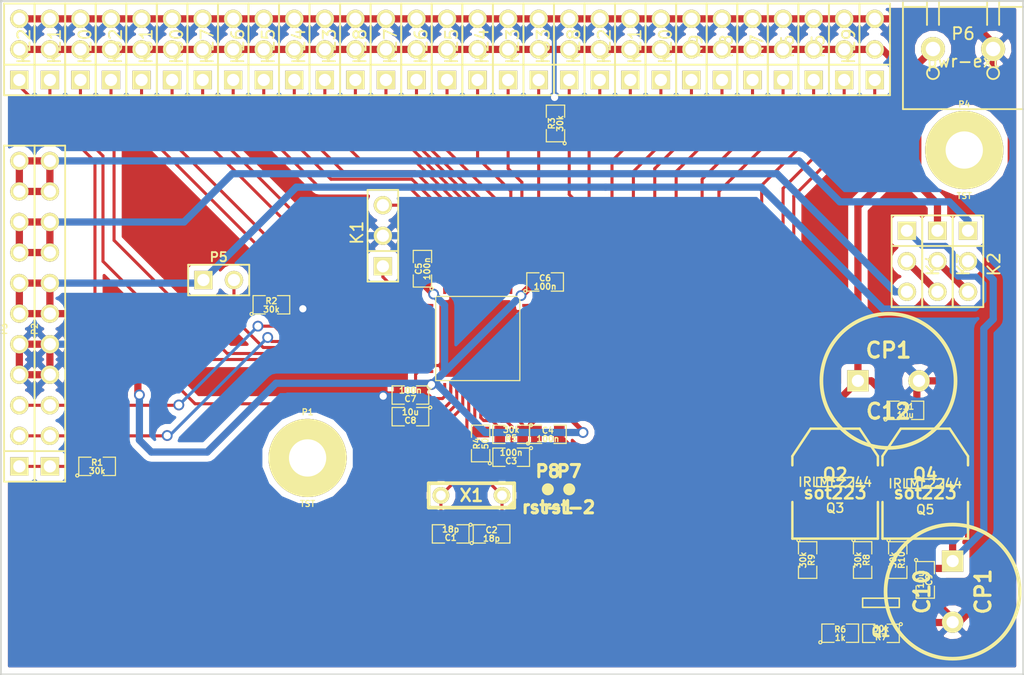
<source format=kicad_pcb>
(kicad_pcb (version 3) (host pcbnew "(2013-07-07 BZR 4022)-stable")
  (layers (15 F.Cu signal hide) (0 B.Cu signal hide) (18 B.Paste user) (19 F.Paste user) (20 B.SilkS user) (21 F.SilkS user) (22 B.Mask user) (23 F.Mask user) (28 Edge.Cuts user))
  (net 0 "")
  (net 1 /+5v)
  (net 2 /batt+)
  (net 3 /iwakeup)
  (net 4 /pin_0)
  (net 5 /pin_1)
  (net 6 /pin_10)
  (net 7 /pin_11)
  (net 8 /pin_12)
  (net 9 /pin_13)
  (net 10 /pin_14)
  (net 11 /pin_15)
  (net 12 /pin_16)
  (net 13 /pin_17)
  (net 14 /pin_18)
  (net 15 /pin_19)
  (net 16 /pin_2)
  (net 17 /pin_20)
  (net 18 /pin_21)
  (net 19 /pin_22)
  (net 20 /pin_23)
  (net 21 /pin_24)
  (net 22 /pin_25)
  (net 23 /pin_26)
  (net 24 /pin_27)
  (net 25 /pin_28)
  (net 26 /pin_3)
  (net 27 /pin_4)
  (net 28 /pin_5)
  (net 29 /pin_6)
  (net 30 /pin_7)
  (net 31 /pin_8)
  (net 32 /pin_9)
  (net 33 /pwr-en)
  (net 34 /pwr-ext)
  (net 35 /pwr-servo)
  (net 36 /scl-int)
  (net 37 /sda-int)
  (net 38 /swd-clk)
  (net 39 /swd-io)
  (net 40 /wakeup)
  (net 41 GND)
  (net 42 N-000001)
  (net 43 N-0000011)
  (net 44 N-0000012)
  (net 45 N-0000014)
  (net 46 N-0000015)
  (net 47 N-0000016)
  (net 48 N-0000017)
  (net 49 N-0000018)
  (net 50 N-0000019)
  (net 51 N-000002)
  (net 52 N-0000020)
  (net 53 N-0000021)
  (net 54 VDD)
  (module SOT23GDS (layer F.Cu) (at 212.862 165.011 180)
    (fp_text reference Q3 (at 0 -2.159 180) (layer F.SilkS) (effects (font (size 0.762 0.762) (thickness 0.12954))))
    (fp_text value IRLML2244 (at 0 0 180) (layer F.SilkS) (effects (font (size 0.762 0.762) (thickness 0.12954))))
    (pad S smd rect (at -0.889 -1.016 180) (size 0.9144 0.9144) (layers F.Cu F.Paste F.Mask) (net 52 N-0000020))
    (pad G smd rect (at 0.889 -1.016 180) (size 0.9144 0.9144) (layers F.Cu F.Paste F.Mask) (net 45 N-0000014))
    (pad D smd rect (at 0 1.016 180) (size 0.9144 0.9144) (layers F.Cu F.Paste F.Mask) (net 35 /pwr-servo))
  )
  (module SOT23GDS (layer F.Cu) (at 220.355 165.138 180)
    (fp_text reference Q5 (at 0 -2.159 180) (layer F.SilkS) (effects (font (size 0.762 0.762) (thickness 0.12954))))
    (fp_text value IRLML2244 (at 0 0 180) (layer F.SilkS) (effects (font (size 0.762 0.762) (thickness 0.12954))))
    (pad S smd rect (at -0.889 -1.016 180) (size 0.9144 0.9144) (layers F.Cu F.Paste F.Mask) (net 52 N-0000020))
    (pad G smd rect (at 0.889 -1.016 180) (size 0.9144 0.9144) (layers F.Cu F.Paste F.Mask) (net 46 N-0000015))
    (pad D smd rect (at 0 1.016 180) (size 0.9144 0.9144) (layers F.Cu F.Paste F.Mask) (net 35 /pwr-servo))
  )
  (module SOT23EBC (layer F.Cu) (at 216.672 175.044 180)
    (fp_text reference Q1 (at 0 -2.413 180) (layer F.SilkS) (effects (font (size 0.762 0.762) (thickness 0.2032))))
    (fp_text value bc847 hide)
    (pad 1 smd rect (at -0.889 -1.016 180) (size 0.9144 0.9144) (layers F.Cu F.Paste F.Mask) (net 41 GND))
    (pad 2 smd rect (at 0.889 -1.016 180) (size 0.9144 0.9144) (layers F.Cu F.Paste F.Mask) (net 53 N-0000021))
    (pad 3 smd rect (at 0 1.016 180) (size 0.9144 0.9144) (layers F.Cu F.Paste F.Mask) (net 50 N-0000019))
  )
  (module SOT223-GDSD (layer F.Cu) (at 212.862 165.138)
    (fp_text reference Q2 (at 0 -0.762) (layer F.SilkS) (effects (font (size 1.016 1.016) (thickness 0.2032))))
    (fp_text value sot223 (at 0 0.762) (layer F.SilkS) (effects (font (size 1.016 1.016) (thickness 0.2032))))
    (pad D smd rect (at 0 -3.302) (size 3.6576 2.032) (layers F.Cu F.Paste F.Mask) (net 35 /pwr-servo))
    (pad D smd rect (at 0 3.302) (size 1.016 2.032) (layers F.Cu F.Paste F.Mask) (net 35 /pwr-servo))
    (pad S smd rect (at 2.286 3.302) (size 1.016 2.032) (layers F.Cu F.Paste F.Mask) (net 52 N-0000020))
    (pad G smd rect (at -2.286 3.302) (size 1.016 2.032) (layers F.Cu F.Paste F.Mask) (net 45 N-0000014))
  )
  (module SOT223-GDSD (layer F.Cu) (at 220.355 165.138)
    (fp_text reference Q4 (at 0 -0.762) (layer F.SilkS) (effects (font (size 1.016 1.016) (thickness 0.2032))))
    (fp_text value sot223 (at 0 0.762) (layer F.SilkS) (effects (font (size 1.016 1.016) (thickness 0.2032))))
    (pad D smd rect (at 0 -3.302) (size 3.6576 2.032) (layers F.Cu F.Paste F.Mask) (net 35 /pwr-servo))
    (pad D smd rect (at 0 3.302) (size 1.016 2.032) (layers F.Cu F.Paste F.Mask) (net 35 /pwr-servo))
    (pad S smd rect (at 2.286 3.302) (size 1.016 2.032) (layers F.Cu F.Paste F.Mask) (net 52 N-0000020))
    (pad G smd rect (at -2.286 3.302) (size 1.016 2.032) (layers F.Cu F.Paste F.Mask) (net 46 N-0000015))
  )
  (module SM0805 (layer F.Cu) (at 165.989 150.2664)
    (fp_text reference R2 (at 0 -0.3175) (layer F.SilkS) (effects (font (size 0.50038 0.50038) (thickness 0.10922))))
    (fp_text value 30k (at 0 0.381) (layer F.SilkS) (effects (font (size 0.50038 0.50038) (thickness 0.10922))))
    (pad 1 smd rect (at -0.9525 0) (size 0.889 1.397) (layers F.Cu F.Paste F.Mask) (net 44 N-0000012))
    (pad 2 smd rect (at 0.9525 0) (size 0.889 1.397) (layers F.Cu F.Paste F.Mask) (net 41 GND))
  )
  (module SM0805 (layer F.Cu) (at 189.611 135.1915 90)
    (fp_text reference R3 (at 0 -0.3175 90) (layer F.SilkS) (effects (font (size 0.50038 0.50038) (thickness 0.10922))))
    (fp_text value 30k (at 0 0.381 90) (layer F.SilkS) (effects (font (size 0.50038 0.50038) (thickness 0.10922))))
    (pad 1 smd rect (at -0.9525 0 90) (size 0.889 1.397) (layers F.Cu F.Paste F.Mask) (net 25 /pin_28))
    (pad 2 smd rect (at 0.9525 0 90) (size 0.889 1.397) (layers F.Cu F.Paste F.Mask) (net 41 GND))
  )
  (module SM0805 (layer F.Cu) (at 220.355 173.139 270)
    (fp_text reference C9 (at 0 -0.3175 270) (layer F.SilkS) (effects (font (size 0.50038 0.50038) (thickness 0.10922))))
    (fp_text value 10u (at 0 0.381 270) (layer F.SilkS) (effects (font (size 0.50038 0.50038) (thickness 0.10922))))
    (pad 1 smd rect (at -0.9525 0 270) (size 0.889 1.397) (layers F.Cu F.Paste F.Mask) (net 52 N-0000020))
    (pad 2 smd rect (at 0.9525 0 270) (size 0.889 1.397) (layers F.Cu F.Paste F.Mask) (net 41 GND))
  )
  (module SM0805 (layer F.Cu) (at 218.704 159.042)
    (fp_text reference C11 (at 0 -0.3175) (layer F.SilkS) (effects (font (size 0.50038 0.50038) (thickness 0.10922))))
    (fp_text value 10u (at 0 0.381) (layer F.SilkS) (effects (font (size 0.50038 0.50038) (thickness 0.10922))))
    (pad 1 smd rect (at -0.9525 0) (size 0.889 1.397) (layers F.Cu F.Paste F.Mask) (net 35 /pwr-servo))
    (pad 2 smd rect (at 0.9525 0) (size 0.889 1.397) (layers F.Cu F.Paste F.Mask) (net 41 GND))
  )
  (module SM0805 (layer F.Cu) (at 215.148 171.488 270)
    (fp_text reference R8 (at 0 -0.3175 270) (layer F.SilkS) (effects (font (size 0.50038 0.50038) (thickness 0.10922))))
    (fp_text value 30k (at 0 0.381 270) (layer F.SilkS) (effects (font (size 0.50038 0.50038) (thickness 0.10922))))
    (pad 1 smd rect (at -0.9525 0 270) (size 0.889 1.397) (layers F.Cu F.Paste F.Mask) (net 52 N-0000020))
    (pad 2 smd rect (at 0.9525 0 270) (size 0.889 1.397) (layers F.Cu F.Paste F.Mask) (net 50 N-0000019))
  )
  (module SM0805 (layer F.Cu) (at 210.576 171.488 270)
    (fp_text reference R9 (at 0 -0.3175 270) (layer F.SilkS) (effects (font (size 0.50038 0.50038) (thickness 0.10922))))
    (fp_text value 30k (at 0 0.381 270) (layer F.SilkS) (effects (font (size 0.50038 0.50038) (thickness 0.10922))))
    (pad 1 smd rect (at -0.9525 0 270) (size 0.889 1.397) (layers F.Cu F.Paste F.Mask) (net 45 N-0000014))
    (pad 2 smd rect (at 0.9525 0 270) (size 0.889 1.397) (layers F.Cu F.Paste F.Mask) (net 50 N-0000019))
  )
  (module SM0805 (layer F.Cu) (at 218.069 171.488 270)
    (fp_text reference R10 (at 0 -0.3175 270) (layer F.SilkS) (effects (font (size 0.50038 0.50038) (thickness 0.10922))))
    (fp_text value 30k (at 0 0.381 270) (layer F.SilkS) (effects (font (size 0.50038 0.50038) (thickness 0.10922))))
    (pad 1 smd rect (at -0.9525 0 270) (size 0.889 1.397) (layers F.Cu F.Paste F.Mask) (net 46 N-0000015))
    (pad 2 smd rect (at 0.9525 0 270) (size 0.889 1.397) (layers F.Cu F.Paste F.Mask) (net 50 N-0000019))
  )
  (module SM0805 (layer F.Cu) (at 180.896 169.316 180)
    (fp_text reference C1 (at 0 -0.3175 180) (layer F.SilkS) (effects (font (size 0.50038 0.50038) (thickness 0.10922))))
    (fp_text value 18p (at 0 0.381 180) (layer F.SilkS) (effects (font (size 0.50038 0.50038) (thickness 0.10922))))
    (pad 1 smd rect (at -0.9525 0 180) (size 0.889 1.397) (layers F.Cu F.Paste F.Mask) (net 41 GND))
    (pad 2 smd rect (at 0.9525 0 180) (size 0.889 1.397) (layers F.Cu F.Paste F.Mask) (net 49 N-0000018))
  )
  (module SM0805 (layer F.Cu) (at 184.296 169.316)
    (fp_text reference C2 (at 0 -0.3175) (layer F.SilkS) (effects (font (size 0.50038 0.50038) (thickness 0.10922))))
    (fp_text value 18p (at 0 0.381) (layer F.SilkS) (effects (font (size 0.50038 0.50038) (thickness 0.10922))))
    (pad 1 smd rect (at -0.9525 0) (size 0.889 1.397) (layers F.Cu F.Paste F.Mask) (net 41 GND))
    (pad 2 smd rect (at 0.9525 0) (size 0.889 1.397) (layers F.Cu F.Paste F.Mask) (net 48 N-0000017))
  )
  (module SM0805 (layer F.Cu) (at 183.388 161.798 90)
    (fp_text reference R4 (at 0 -0.3175 90) (layer F.SilkS) (effects (font (size 0.50038 0.50038) (thickness 0.10922))))
    (fp_text value 50 (at 0 0.381 90) (layer F.SilkS) (effects (font (size 0.50038 0.50038) (thickness 0.10922))))
    (pad 1 smd rect (at -0.9525 0 90) (size 0.889 1.397) (layers F.Cu F.Paste F.Mask) (net 48 N-0000017))
    (pad 2 smd rect (at 0.9525 0 90) (size 0.889 1.397) (layers F.Cu F.Paste F.Mask) (net 47 N-0000016))
  )
  (module SM0805 (layer F.Cu) (at 216.672 177.584 180)
    (fp_text reference R7 (at 0 -0.3175 180) (layer F.SilkS) (effects (font (size 0.50038 0.50038) (thickness 0.10922))))
    (fp_text value 30k (at 0 0.381 180) (layer F.SilkS) (effects (font (size 0.50038 0.50038) (thickness 0.10922))))
    (pad 1 smd rect (at -0.9525 0 180) (size 0.889 1.397) (layers F.Cu F.Paste F.Mask) (net 41 GND))
    (pad 2 smd rect (at 0.9525 0 180) (size 0.889 1.397) (layers F.Cu F.Paste F.Mask) (net 53 N-0000021))
  )
  (module SM0805 (layer F.Cu) (at 213.2838 177.5714)
    (fp_text reference R6 (at 0 -0.3175) (layer F.SilkS) (effects (font (size 0.50038 0.50038) (thickness 0.10922))))
    (fp_text value 1k (at 0 0.381) (layer F.SilkS) (effects (font (size 0.50038 0.50038) (thickness 0.10922))))
    (pad 1 smd rect (at -0.9525 0) (size 0.889 1.397) (layers F.Cu F.Paste F.Mask) (net 33 /pwr-en))
    (pad 2 smd rect (at 0.9525 0) (size 0.889 1.397) (layers F.Cu F.Paste F.Mask) (net 53 N-0000021))
  )
  (module SM0805 (layer F.Cu) (at 151.5 163.7)
    (fp_text reference R1 (at 0 -0.3175) (layer F.SilkS) (effects (font (size 0.50038 0.50038) (thickness 0.10922))))
    (fp_text value 30k (at 0 0.381) (layer F.SilkS) (effects (font (size 0.50038 0.50038) (thickness 0.10922))))
    (pad 1 smd rect (at -0.9525 0) (size 0.889 1.397) (layers F.Cu F.Paste F.Mask) (net 3 /iwakeup))
    (pad 2 smd rect (at 0.9525 0) (size 0.889 1.397) (layers F.Cu F.Paste F.Mask) (net 40 /wakeup))
  )
  (module SM0805 (layer F.Cu) (at 178.549 147.269 90)
    (fp_text reference C5 (at 0 -0.3175 90) (layer F.SilkS) (effects (font (size 0.50038 0.50038) (thickness 0.10922))))
    (fp_text value 100n (at 0 0.381 90) (layer F.SilkS) (effects (font (size 0.50038 0.50038) (thickness 0.10922))))
    (pad 1 smd rect (at -0.9525 0 90) (size 0.889 1.397) (layers F.Cu F.Paste F.Mask) (net 54 VDD))
    (pad 2 smd rect (at 0.9525 0 90) (size 0.889 1.397) (layers F.Cu F.Paste F.Mask) (net 41 GND))
  )
  (module SM0805 (layer F.Cu) (at 188.976 161.036)
    (fp_text reference C4 (at 0 -0.3175) (layer F.SilkS) (effects (font (size 0.50038 0.50038) (thickness 0.10922))))
    (fp_text value 100n (at 0 0.381) (layer F.SilkS) (effects (font (size 0.50038 0.50038) (thickness 0.10922))))
    (pad 1 smd rect (at -0.9525 0) (size 0.889 1.397) (layers F.Cu F.Paste F.Mask) (net 54 VDD))
    (pad 2 smd rect (at 0.9525 0) (size 0.889 1.397) (layers F.Cu F.Paste F.Mask) (net 41 GND))
  )
  (module SM0805 (layer F.Cu) (at 188.749 148.369)
    (fp_text reference C6 (at 0 -0.3175) (layer F.SilkS) (effects (font (size 0.50038 0.50038) (thickness 0.10922))))
    (fp_text value 100n (at 0 0.381) (layer F.SilkS) (effects (font (size 0.50038 0.50038) (thickness 0.10922))))
    (pad 1 smd rect (at -0.9525 0) (size 0.889 1.397) (layers F.Cu F.Paste F.Mask) (net 54 VDD))
    (pad 2 smd rect (at 0.9525 0) (size 0.889 1.397) (layers F.Cu F.Paste F.Mask) (net 41 GND))
  )
  (module SM0805 (layer F.Cu) (at 177.549 157.769 180)
    (fp_text reference C7 (at 0 -0.3175 180) (layer F.SilkS) (effects (font (size 0.50038 0.50038) (thickness 0.10922))))
    (fp_text value 100n (at 0 0.381 180) (layer F.SilkS) (effects (font (size 0.50038 0.50038) (thickness 0.10922))))
    (pad 1 smd rect (at -0.9525 0 180) (size 0.889 1.397) (layers F.Cu F.Paste F.Mask) (net 54 VDD))
    (pad 2 smd rect (at 0.9525 0 180) (size 0.889 1.397) (layers F.Cu F.Paste F.Mask) (net 41 GND))
  )
  (module SM0805 (layer F.Cu) (at 185.928 162.941 180)
    (fp_text reference C3 (at 0 -0.3175 180) (layer F.SilkS) (effects (font (size 0.50038 0.50038) (thickness 0.10922))))
    (fp_text value 100n (at 0 0.381 180) (layer F.SilkS) (effects (font (size 0.50038 0.50038) (thickness 0.10922))))
    (pad 1 smd rect (at -0.9525 0 180) (size 0.889 1.397) (layers F.Cu F.Paste F.Mask) (net 41 GND))
    (pad 2 smd rect (at 0.9525 0 180) (size 0.889 1.397) (layers F.Cu F.Paste F.Mask) (net 43 N-0000011))
  )
  (module SM0805 (layer F.Cu) (at 177.549 159.569 180)
    (fp_text reference C8 (at 0 -0.3175 180) (layer F.SilkS) (effects (font (size 0.50038 0.50038) (thickness 0.10922))))
    (fp_text value 10u (at 0 0.381 180) (layer F.SilkS) (effects (font (size 0.50038 0.50038) (thickness 0.10922))))
    (pad 1 smd rect (at -0.9525 0 180) (size 0.889 1.397) (layers F.Cu F.Paste F.Mask) (net 54 VDD))
    (pad 2 smd rect (at 0.9525 0 180) (size 0.889 1.397) (layers F.Cu F.Paste F.Mask) (net 41 GND))
  )
  (module SM0805 (layer F.Cu) (at 185.928 161.036 180)
    (fp_text reference R5 (at 0 -0.3175 180) (layer F.SilkS) (effects (font (size 0.50038 0.50038) (thickness 0.10922))))
    (fp_text value 30k (at 0 0.381 180) (layer F.SilkS) (effects (font (size 0.50038 0.50038) (thickness 0.10922))))
    (pad 1 smd rect (at -0.9525 0 180) (size 0.889 1.397) (layers F.Cu F.Paste F.Mask) (net 54 VDD))
    (pad 2 smd rect (at 0.9525 0 180) (size 0.889 1.397) (layers F.Cu F.Paste F.Mask) (net 43 N-0000011))
  )
  (module PIN_ARRAY_3X1 (layer F.Cu) (at 162.814 129.032 90)
    (fp_text reference K17 (at 0.254 -2.159 90) (layer F.SilkS) (effects (font (size 1.016 1.016) (thickness 0.1524))))
    (fp_text value CONN_3 hide)
    (pad 1 thru_hole rect (at -2.54 0 90) (size 1.524 1.524) (drill 1.016) (layers *.Cu *.Mask F.SilkS) (net 8 /pin_12))
    (pad 2 thru_hole circle (at 0 0 90) (size 1.524 1.524) (drill 1.016) (layers *.Cu *.Mask F.SilkS) (net 35 /pwr-servo))
    (pad 3 thru_hole circle (at 2.54 0 90) (size 1.524 1.524) (drill 1.016) (layers *.Cu *.Mask F.SilkS) (net 41 GND))
  )
  (module PIN_ARRAY_3X1 (layer F.Cu) (at 152.654 129.032 90)
    (fp_text reference K20 (at 0.254 -2.159 90) (layer F.SilkS) (effects (font (size 1.016 1.016) (thickness 0.1524))))
    (fp_text value CONN_3 hide)
    (pad 1 thru_hole rect (at -2.54 0 90) (size 1.524 1.524) (drill 1.016) (layers *.Cu *.Mask F.SilkS) (net 11 /pin_15))
    (pad 2 thru_hole circle (at 0 0 90) (size 1.524 1.524) (drill 1.016) (layers *.Cu *.Mask F.SilkS) (net 35 /pwr-servo))
    (pad 3 thru_hole circle (at 2.54 0 90) (size 1.524 1.524) (drill 1.016) (layers *.Cu *.Mask F.SilkS) (net 41 GND))
  )
  (module PIN_ARRAY_3X1 (layer F.Cu) (at 216.154 129.032 90)
    (fp_text reference K19 (at 0.254 -2.159 90) (layer F.SilkS) (effects (font (size 1.016 1.016) (thickness 0.1524))))
    (fp_text value CONN_3 hide)
    (pad 1 thru_hole rect (at -2.54 0 90) (size 1.524 1.524) (drill 1.016) (layers *.Cu *.Mask F.SilkS) (net 4 /pin_0))
    (pad 2 thru_hole circle (at 0 0 90) (size 1.524 1.524) (drill 1.016) (layers *.Cu *.Mask F.SilkS) (net 35 /pwr-servo))
    (pad 3 thru_hole circle (at 2.54 0 90) (size 1.524 1.524) (drill 1.016) (layers *.Cu *.Mask F.SilkS) (net 41 GND))
  )
  (module PIN_ARRAY_3X1 (layer F.Cu) (at 193.294 129.032 90)
    (fp_text reference K18 (at 0.254 -2.159 90) (layer F.SilkS) (effects (font (size 1.016 1.016) (thickness 0.1524))))
    (fp_text value CONN_3 hide)
    (pad 1 thru_hole rect (at -2.54 0 90) (size 1.524 1.524) (drill 1.016) (layers *.Cu *.Mask F.SilkS) (net 10 /pin_14))
    (pad 2 thru_hole circle (at 0 0 90) (size 1.524 1.524) (drill 1.016) (layers *.Cu *.Mask F.SilkS) (net 35 /pwr-servo))
    (pad 3 thru_hole circle (at 2.54 0 90) (size 1.524 1.524) (drill 1.016) (layers *.Cu *.Mask F.SilkS) (net 41 GND))
  )
  (module PIN_ARRAY_3X1 (layer F.Cu) (at 188.214 129.032 90)
    (fp_text reference K23 (at 0.254 -2.159 90) (layer F.SilkS) (effects (font (size 1.016 1.016) (thickness 0.1524))))
    (fp_text value CONN_3 hide)
    (pad 1 thru_hole rect (at -2.54 0 90) (size 1.524 1.524) (drill 1.016) (layers *.Cu *.Mask F.SilkS) (net 14 /pin_18))
    (pad 2 thru_hole circle (at 0 0 90) (size 1.524 1.524) (drill 1.016) (layers *.Cu *.Mask F.SilkS) (net 35 /pwr-servo))
    (pad 3 thru_hole circle (at 2.54 0 90) (size 1.524 1.524) (drill 1.016) (layers *.Cu *.Mask F.SilkS) (net 41 GND))
  )
  (module PIN_ARRAY_3X1 (layer F.Cu) (at 165.354 129.032 90)
    (fp_text reference K16 (at 0.254 -2.159 90) (layer F.SilkS) (effects (font (size 1.016 1.016) (thickness 0.1524))))
    (fp_text value CONN_3 hide)
    (pad 1 thru_hole rect (at -2.54 0 90) (size 1.524 1.524) (drill 1.016) (layers *.Cu *.Mask F.SilkS) (net 7 /pin_11))
    (pad 2 thru_hole circle (at 0 0 90) (size 1.524 1.524) (drill 1.016) (layers *.Cu *.Mask F.SilkS) (net 35 /pwr-servo))
    (pad 3 thru_hole circle (at 2.54 0 90) (size 1.524 1.524) (drill 1.016) (layers *.Cu *.Mask F.SilkS) (net 41 GND))
  )
  (module PIN_ARRAY_3X1 (layer F.Cu) (at 167.894 129.032 90)
    (fp_text reference K15 (at 0.254 -2.159 90) (layer F.SilkS) (effects (font (size 1.016 1.016) (thickness 0.1524))))
    (fp_text value CONN_3 hide)
    (pad 1 thru_hole rect (at -2.54 0 90) (size 1.524 1.524) (drill 1.016) (layers *.Cu *.Mask F.SilkS) (net 6 /pin_10))
    (pad 2 thru_hole circle (at 0 0 90) (size 1.524 1.524) (drill 1.016) (layers *.Cu *.Mask F.SilkS) (net 35 /pwr-servo))
    (pad 3 thru_hole circle (at 2.54 0 90) (size 1.524 1.524) (drill 1.016) (layers *.Cu *.Mask F.SilkS) (net 41 GND))
  )
  (module PIN_ARRAY_3X1 (layer F.Cu) (at 170.434 129.032 90)
    (fp_text reference K14 (at 0.254 -2.159 90) (layer F.SilkS) (effects (font (size 1.016 1.016) (thickness 0.1524))))
    (fp_text value CONN_3 hide)
    (pad 1 thru_hole rect (at -2.54 0 90) (size 1.524 1.524) (drill 1.016) (layers *.Cu *.Mask F.SilkS) (net 32 /pin_9))
    (pad 2 thru_hole circle (at 0 0 90) (size 1.524 1.524) (drill 1.016) (layers *.Cu *.Mask F.SilkS) (net 35 /pwr-servo))
    (pad 3 thru_hole circle (at 2.54 0 90) (size 1.524 1.524) (drill 1.016) (layers *.Cu *.Mask F.SilkS) (net 41 GND))
  )
  (module PIN_ARRAY_3X1 (layer F.Cu) (at 172.974 129.032 90)
    (fp_text reference K13 (at 0.254 -2.159 90) (layer F.SilkS) (effects (font (size 1.016 1.016) (thickness 0.1524))))
    (fp_text value CONN_3 hide)
    (pad 1 thru_hole rect (at -2.54 0 90) (size 1.524 1.524) (drill 1.016) (layers *.Cu *.Mask F.SilkS) (net 31 /pin_8))
    (pad 2 thru_hole circle (at 0 0 90) (size 1.524 1.524) (drill 1.016) (layers *.Cu *.Mask F.SilkS) (net 35 /pwr-servo))
    (pad 3 thru_hole circle (at 2.54 0 90) (size 1.524 1.524) (drill 1.016) (layers *.Cu *.Mask F.SilkS) (net 41 GND))
  )
  (module PIN_ARRAY_3X1 (layer F.Cu) (at 195.834 129.032 90)
    (fp_text reference K12 (at 0.254 -2.159 90) (layer F.SilkS) (effects (font (size 1.016 1.016) (thickness 0.1524))))
    (fp_text value CONN_3 hide)
    (pad 1 thru_hole rect (at -2.54 0 90) (size 1.524 1.524) (drill 1.016) (layers *.Cu *.Mask F.SilkS) (net 9 /pin_13))
    (pad 2 thru_hole circle (at 0 0 90) (size 1.524 1.524) (drill 1.016) (layers *.Cu *.Mask F.SilkS) (net 35 /pwr-servo))
    (pad 3 thru_hole circle (at 2.54 0 90) (size 1.524 1.524) (drill 1.016) (layers *.Cu *.Mask F.SilkS) (net 41 GND))
  )
  (module PIN_ARRAY_3X1 (layer F.Cu) (at 150.114 129.032 90)
    (fp_text reference K21 (at 0.254 -2.159 90) (layer F.SilkS) (effects (font (size 1.016 1.016) (thickness 0.1524))))
    (fp_text value CONN_3 hide)
    (pad 1 thru_hole rect (at -2.54 0 90) (size 1.524 1.524) (drill 1.016) (layers *.Cu *.Mask F.SilkS) (net 12 /pin_16))
    (pad 2 thru_hole circle (at 0 0 90) (size 1.524 1.524) (drill 1.016) (layers *.Cu *.Mask F.SilkS) (net 35 /pwr-servo))
    (pad 3 thru_hole circle (at 2.54 0 90) (size 1.524 1.524) (drill 1.016) (layers *.Cu *.Mask F.SilkS) (net 41 GND))
  )
  (module PIN_ARRAY_3X1 (layer F.Cu) (at 147.574 129.032 90)
    (fp_text reference K22 (at 0.254 -2.159 90) (layer F.SilkS) (effects (font (size 1.016 1.016) (thickness 0.1524))))
    (fp_text value CONN_3 hide)
    (pad 1 thru_hole rect (at -2.54 0 90) (size 1.524 1.524) (drill 1.016) (layers *.Cu *.Mask F.SilkS) (net 13 /pin_17))
    (pad 2 thru_hole circle (at 0 0 90) (size 1.524 1.524) (drill 1.016) (layers *.Cu *.Mask F.SilkS) (net 35 /pwr-servo))
    (pad 3 thru_hole circle (at 2.54 0 90) (size 1.524 1.524) (drill 1.016) (layers *.Cu *.Mask F.SilkS) (net 41 GND))
  )
  (module PIN_ARRAY_3X1 (layer F.Cu) (at 155.194 129.032 90)
    (fp_text reference K32 (at 0.254 -2.159 90) (layer F.SilkS) (effects (font (size 1.016 1.016) (thickness 0.1524))))
    (fp_text value CONN_3 hide)
    (pad 1 thru_hole rect (at -2.54 0 90) (size 1.524 1.524) (drill 1.016) (layers *.Cu *.Mask F.SilkS) (net 24 /pin_27))
    (pad 2 thru_hole circle (at 0 0 90) (size 1.524 1.524) (drill 1.016) (layers *.Cu *.Mask F.SilkS) (net 35 /pwr-servo))
    (pad 3 thru_hole circle (at 2.54 0 90) (size 1.524 1.524) (drill 1.016) (layers *.Cu *.Mask F.SilkS) (net 41 GND))
  )
  (module PIN_ARRAY_3X1 (layer F.Cu) (at 185.674 129.032 90)
    (fp_text reference K24 (at 0.254 -2.159 90) (layer F.SilkS) (effects (font (size 1.016 1.016) (thickness 0.1524))))
    (fp_text value CONN_3 hide)
    (pad 1 thru_hole rect (at -2.54 0 90) (size 1.524 1.524) (drill 1.016) (layers *.Cu *.Mask F.SilkS) (net 15 /pin_19))
    (pad 2 thru_hole circle (at 0 0 90) (size 1.524 1.524) (drill 1.016) (layers *.Cu *.Mask F.SilkS) (net 35 /pwr-servo))
    (pad 3 thru_hole circle (at 2.54 0 90) (size 1.524 1.524) (drill 1.016) (layers *.Cu *.Mask F.SilkS) (net 41 GND))
  )
  (module PIN_ARRAY_3X1 (layer F.Cu) (at 183.134 129.032 90)
    (fp_text reference K25 (at 0.254 -2.159 90) (layer F.SilkS) (effects (font (size 1.016 1.016) (thickness 0.1524))))
    (fp_text value CONN_3 hide)
    (pad 1 thru_hole rect (at -2.54 0 90) (size 1.524 1.524) (drill 1.016) (layers *.Cu *.Mask F.SilkS) (net 17 /pin_20))
    (pad 2 thru_hole circle (at 0 0 90) (size 1.524 1.524) (drill 1.016) (layers *.Cu *.Mask F.SilkS) (net 35 /pwr-servo))
    (pad 3 thru_hole circle (at 2.54 0 90) (size 1.524 1.524) (drill 1.016) (layers *.Cu *.Mask F.SilkS) (net 41 GND))
  )
  (module PIN_ARRAY_3X1 (layer F.Cu) (at 180.594 129.032 90)
    (fp_text reference K26 (at 0.254 -2.159 90) (layer F.SilkS) (effects (font (size 1.016 1.016) (thickness 0.1524))))
    (fp_text value CONN_3 hide)
    (pad 1 thru_hole rect (at -2.54 0 90) (size 1.524 1.524) (drill 1.016) (layers *.Cu *.Mask F.SilkS) (net 18 /pin_21))
    (pad 2 thru_hole circle (at 0 0 90) (size 1.524 1.524) (drill 1.016) (layers *.Cu *.Mask F.SilkS) (net 35 /pwr-servo))
    (pad 3 thru_hole circle (at 2.54 0 90) (size 1.524 1.524) (drill 1.016) (layers *.Cu *.Mask F.SilkS) (net 41 GND))
  )
  (module PIN_ARRAY_3X1 (layer F.Cu) (at 178.054 129.032 90)
    (fp_text reference K27 (at 0.254 -2.159 90) (layer F.SilkS) (effects (font (size 1.016 1.016) (thickness 0.1524))))
    (fp_text value CONN_3 hide)
    (pad 1 thru_hole rect (at -2.54 0 90) (size 1.524 1.524) (drill 1.016) (layers *.Cu *.Mask F.SilkS) (net 19 /pin_22))
    (pad 2 thru_hole circle (at 0 0 90) (size 1.524 1.524) (drill 1.016) (layers *.Cu *.Mask F.SilkS) (net 35 /pwr-servo))
    (pad 3 thru_hole circle (at 2.54 0 90) (size 1.524 1.524) (drill 1.016) (layers *.Cu *.Mask F.SilkS) (net 41 GND))
  )
  (module PIN_ARRAY_3X1 (layer F.Cu) (at 175.514 129.032 90)
    (fp_text reference K28 (at 0.254 -2.159 90) (layer F.SilkS) (effects (font (size 1.016 1.016) (thickness 0.1524))))
    (fp_text value CONN_3 hide)
    (pad 1 thru_hole rect (at -2.54 0 90) (size 1.524 1.524) (drill 1.016) (layers *.Cu *.Mask F.SilkS) (net 20 /pin_23))
    (pad 2 thru_hole circle (at 0 0 90) (size 1.524 1.524) (drill 1.016) (layers *.Cu *.Mask F.SilkS) (net 35 /pwr-servo))
    (pad 3 thru_hole circle (at 2.54 0 90) (size 1.524 1.524) (drill 1.016) (layers *.Cu *.Mask F.SilkS) (net 41 GND))
  )
  (module PIN_ARRAY_3X1 (layer F.Cu) (at 145.034 129.032 90)
    (fp_text reference K29 (at 0.254 -2.159 90) (layer F.SilkS) (effects (font (size 1.016 1.016) (thickness 0.1524))))
    (fp_text value CONN_3 hide)
    (pad 1 thru_hole rect (at -2.54 0 90) (size 1.524 1.524) (drill 1.016) (layers *.Cu *.Mask F.SilkS) (net 21 /pin_24))
    (pad 2 thru_hole circle (at 0 0 90) (size 1.524 1.524) (drill 1.016) (layers *.Cu *.Mask F.SilkS) (net 35 /pwr-servo))
    (pad 3 thru_hole circle (at 2.54 0 90) (size 1.524 1.524) (drill 1.016) (layers *.Cu *.Mask F.SilkS) (net 41 GND))
  )
  (module PIN_ARRAY_3X1 (layer F.Cu) (at 160.274 129.032 90)
    (fp_text reference K30 (at 0.254 -2.159 90) (layer F.SilkS) (effects (font (size 1.016 1.016) (thickness 0.1524))))
    (fp_text value CONN_3 hide)
    (pad 1 thru_hole rect (at -2.54 0 90) (size 1.524 1.524) (drill 1.016) (layers *.Cu *.Mask F.SilkS) (net 22 /pin_25))
    (pad 2 thru_hole circle (at 0 0 90) (size 1.524 1.524) (drill 1.016) (layers *.Cu *.Mask F.SilkS) (net 35 /pwr-servo))
    (pad 3 thru_hole circle (at 2.54 0 90) (size 1.524 1.524) (drill 1.016) (layers *.Cu *.Mask F.SilkS) (net 41 GND))
  )
  (module PIN_ARRAY_3X1 (layer F.Cu) (at 157.734 129.032 90)
    (fp_text reference K31 (at 0.254 -2.159 90) (layer F.SilkS) (effects (font (size 1.016 1.016) (thickness 0.1524))))
    (fp_text value CONN_3 hide)
    (pad 1 thru_hole rect (at -2.54 0 90) (size 1.524 1.524) (drill 1.016) (layers *.Cu *.Mask F.SilkS) (net 23 /pin_26))
    (pad 2 thru_hole circle (at 0 0 90) (size 1.524 1.524) (drill 1.016) (layers *.Cu *.Mask F.SilkS) (net 35 /pwr-servo))
    (pad 3 thru_hole circle (at 2.54 0 90) (size 1.524 1.524) (drill 1.016) (layers *.Cu *.Mask F.SilkS) (net 41 GND))
  )
  (module PIN_ARRAY_3X1 (layer F.Cu) (at 200.914 129.032 90)
    (fp_text reference K10 (at 0.254 -2.159 90) (layer F.SilkS) (effects (font (size 1.016 1.016) (thickness 0.1524))))
    (fp_text value CONN_3 hide)
    (pad 1 thru_hole rect (at -2.54 0 90) (size 1.524 1.524) (drill 1.016) (layers *.Cu *.Mask F.SilkS) (net 29 /pin_6))
    (pad 2 thru_hole circle (at 0 0 90) (size 1.524 1.524) (drill 1.016) (layers *.Cu *.Mask F.SilkS) (net 35 /pwr-servo))
    (pad 3 thru_hole circle (at 2.54 0 90) (size 1.524 1.524) (drill 1.016) (layers *.Cu *.Mask F.SilkS) (net 41 GND))
  )
  (module PIN_ARRAY_3X1 (layer F.Cu) (at 203.454 129.032 90)
    (fp_text reference K9 (at 0.254 -2.159 90) (layer F.SilkS) (effects (font (size 1.016 1.016) (thickness 0.1524))))
    (fp_text value CONN_3 hide)
    (pad 1 thru_hole rect (at -2.54 0 90) (size 1.524 1.524) (drill 1.016) (layers *.Cu *.Mask F.SilkS) (net 28 /pin_5))
    (pad 2 thru_hole circle (at 0 0 90) (size 1.524 1.524) (drill 1.016) (layers *.Cu *.Mask F.SilkS) (net 35 /pwr-servo))
    (pad 3 thru_hole circle (at 2.54 0 90) (size 1.524 1.524) (drill 1.016) (layers *.Cu *.Mask F.SilkS) (net 41 GND))
  )
  (module PIN_ARRAY_3X1 (layer F.Cu) (at 205.994 129.032 90)
    (fp_text reference K8 (at 0.254 -2.159 90) (layer F.SilkS) (effects (font (size 1.016 1.016) (thickness 0.1524))))
    (fp_text value CONN_3 hide)
    (pad 1 thru_hole rect (at -2.54 0 90) (size 1.524 1.524) (drill 1.016) (layers *.Cu *.Mask F.SilkS) (net 27 /pin_4))
    (pad 2 thru_hole circle (at 0 0 90) (size 1.524 1.524) (drill 1.016) (layers *.Cu *.Mask F.SilkS) (net 35 /pwr-servo))
    (pad 3 thru_hole circle (at 2.54 0 90) (size 1.524 1.524) (drill 1.016) (layers *.Cu *.Mask F.SilkS) (net 41 GND))
  )
  (module PIN_ARRAY_3X1 (layer F.Cu) (at 208.534 129.032 90)
    (fp_text reference K7 (at 0.254 -2.159 90) (layer F.SilkS) (effects (font (size 1.016 1.016) (thickness 0.1524))))
    (fp_text value CONN_3 hide)
    (pad 1 thru_hole rect (at -2.54 0 90) (size 1.524 1.524) (drill 1.016) (layers *.Cu *.Mask F.SilkS) (net 26 /pin_3))
    (pad 2 thru_hole circle (at 0 0 90) (size 1.524 1.524) (drill 1.016) (layers *.Cu *.Mask F.SilkS) (net 35 /pwr-servo))
    (pad 3 thru_hole circle (at 2.54 0 90) (size 1.524 1.524) (drill 1.016) (layers *.Cu *.Mask F.SilkS) (net 41 GND))
  )
  (module PIN_ARRAY_3X1 (layer F.Cu) (at 211.074 129.032 90)
    (fp_text reference K6 (at 0.254 -2.159 90) (layer F.SilkS) (effects (font (size 1.016 1.016) (thickness 0.1524))))
    (fp_text value CONN_3 hide)
    (pad 1 thru_hole rect (at -2.54 0 90) (size 1.524 1.524) (drill 1.016) (layers *.Cu *.Mask F.SilkS) (net 16 /pin_2))
    (pad 2 thru_hole circle (at 0 0 90) (size 1.524 1.524) (drill 1.016) (layers *.Cu *.Mask F.SilkS) (net 35 /pwr-servo))
    (pad 3 thru_hole circle (at 2.54 0 90) (size 1.524 1.524) (drill 1.016) (layers *.Cu *.Mask F.SilkS) (net 41 GND))
  )
  (module PIN_ARRAY_3X1 (layer F.Cu) (at 218.831 146.647 270)
    (fp_text reference K4 (at 0.254 -2.159 270) (layer F.SilkS) (effects (font (size 1.016 1.016) (thickness 0.1524))))
    (fp_text value CONN_3 hide)
    (pad 1 thru_hole rect (at -2.54 0 270) (size 1.524 1.524) (drill 1.016) (layers *.Cu *.Mask F.SilkS) (net 54 VDD))
    (pad 2 thru_hole circle (at 0 0 270) (size 1.524 1.524) (drill 1.016) (layers *.Cu *.Mask F.SilkS) (net 51 N-000002))
    (pad 3 thru_hole circle (at 2.54 0 270) (size 1.524 1.524) (drill 1.016) (layers *.Cu *.Mask F.SilkS) (net 1 /+5v))
  )
  (module PIN_ARRAY_3X1 (layer F.Cu) (at 213.614 129.032 90)
    (fp_text reference K5 (at 0.254 -2.159 90) (layer F.SilkS) (effects (font (size 1.016 1.016) (thickness 0.1524))))
    (fp_text value CONN_3 hide)
    (pad 1 thru_hole rect (at -2.54 0 90) (size 1.524 1.524) (drill 1.016) (layers *.Cu *.Mask F.SilkS) (net 5 /pin_1))
    (pad 2 thru_hole circle (at 0 0 90) (size 1.524 1.524) (drill 1.016) (layers *.Cu *.Mask F.SilkS) (net 35 /pwr-servo))
    (pad 3 thru_hole circle (at 2.54 0 90) (size 1.524 1.524) (drill 1.016) (layers *.Cu *.Mask F.SilkS) (net 41 GND))
  )
  (module PIN_ARRAY_3X1 (layer F.Cu) (at 198.374 129.032 90)
    (fp_text reference K11 (at 0.254 -2.159 90) (layer F.SilkS) (effects (font (size 1.016 1.016) (thickness 0.1524))))
    (fp_text value CONN_3 hide)
    (pad 1 thru_hole rect (at -2.54 0 90) (size 1.524 1.524) (drill 1.016) (layers *.Cu *.Mask F.SilkS) (net 30 /pin_7))
    (pad 2 thru_hole circle (at 0 0 90) (size 1.524 1.524) (drill 1.016) (layers *.Cu *.Mask F.SilkS) (net 35 /pwr-servo))
    (pad 3 thru_hole circle (at 2.54 0 90) (size 1.524 1.524) (drill 1.016) (layers *.Cu *.Mask F.SilkS) (net 41 GND))
  )
  (module PIN_ARRAY_3X1 (layer F.Cu) (at 221.371 146.647 270)
    (fp_text reference K3 (at 0.254 -2.159 270) (layer F.SilkS) (effects (font (size 1.016 1.016) (thickness 0.1524))))
    (fp_text value CONN_3 hide)
    (pad 1 thru_hole rect (at -2.54 0 270) (size 1.524 1.524) (drill 1.016) (layers *.Cu *.Mask F.SilkS) (net 34 /pwr-ext))
    (pad 2 thru_hole circle (at 0 0 270) (size 1.524 1.524) (drill 1.016) (layers *.Cu *.Mask F.SilkS) (net 42 N-000001))
    (pad 3 thru_hole circle (at 2.54 0 270) (size 1.524 1.524) (drill 1.016) (layers *.Cu *.Mask F.SilkS) (net 51 N-000002))
  )
  (module PIN_ARRAY_3X1 (layer F.Cu) (at 223.911 146.647 270)
    (fp_text reference K2 (at 0.254 -2.159 270) (layer F.SilkS) (effects (font (size 1.016 1.016) (thickness 0.1524))))
    (fp_text value CONN_3 hide)
    (pad 1 thru_hole rect (at -2.54 0 270) (size 1.524 1.524) (drill 1.016) (layers *.Cu *.Mask F.SilkS) (net 2 /batt+))
    (pad 2 thru_hole circle (at 0 0 270) (size 1.524 1.524) (drill 1.016) (layers *.Cu *.Mask F.SilkS) (net 52 N-0000020))
    (pad 3 thru_hole circle (at 2.54 0 270) (size 1.524 1.524) (drill 1.016) (layers *.Cu *.Mask F.SilkS) (net 42 N-000001))
  )
  (module PIN_ARRAY_2X1 (layer F.Cu) (at 161.6075 148.209)
    (fp_text reference P5 (at 0 -1.905) (layer F.SilkS) (effects (font (size 0.762 0.762) (thickness 0.1524))))
    (fp_text value boot-sel hide)
    (pad 1 thru_hole rect (at -1.27 0) (size 1.524 1.524) (drill 1.016) (layers *.Cu *.Mask F.SilkS) (net 54 VDD))
    (pad 2 thru_hole circle (at 1.27 0) (size 1.524 1.524) (drill 1.016) (layers *.Cu *.Mask F.SilkS) (net 44 N-0000012))
  )
  (module PIN_ARRAY-11X1 (layer F.Cu) (at 145.034 152.273 90)
    (fp_text reference P3 (at 0 -1.27 90) (layer F.SilkS) (effects (font (size 0.5 0.5) (thickness 0.1))))
    (fp_text value "cross board conn" hide)
    (pad 1 thru_hole rect (at -11.43 0 90) (size 1.524 1.524) (drill 1.016) (layers *.Cu *.Mask F.SilkS) (net 3 /iwakeup))
    (pad 2 thru_hole circle (at -8.89 0 90) (size 1.524 1.524) (drill 1.016) (layers *.Cu *.Mask F.SilkS) (net 37 /sda-int))
    (pad 3 thru_hole circle (at -6.35 0 90) (size 1.524 1.524) (drill 1.016) (layers *.Cu *.Mask F.SilkS) (net 36 /scl-int))
    (pad 4 thru_hole circle (at -3.81 0 90) (size 1.524 1.524) (drill 1.016) (layers *.Cu *.Mask F.SilkS) (net 41 GND))
    (pad 5 thru_hole circle (at -1.27 0 90) (size 1.524 1.524) (drill 1.016) (layers *.Cu *.Mask F.SilkS) (net 41 GND))
    (pad 6 thru_hole circle (at 1.27 0 90) (size 1.524 1.524) (drill 1.016) (layers *.Cu *.Mask F.SilkS) (net 54 VDD))
    (pad 7 thru_hole circle (at 3.81 0 90) (size 1.524 1.524) (drill 1.015) (layers *.Cu *.Mask F.SilkS) (net 54 VDD))
    (pad 8 thru_hole circle (at 6.35 0 90) (size 1.524 1.524) (drill 1.015) (layers *.Cu *.Mask F.SilkS) (net 1 /+5v))
    (pad 9 thru_hole circle (at 8.89 0 90) (size 1.524 1.524) (drill 1.016) (layers *.Cu *.Mask F.SilkS) (net 1 /+5v))
    (pad 10 thru_hole circle (at 11.43 0 90) (size 1.524 1.524) (drill 1.016) (layers *.Cu *.Mask F.SilkS) (net 2 /batt+))
    (pad 11 thru_hole circle (at 13.97 0 90) (size 1.524 1.524) (drill 1.016) (layers *.Cu *.Mask F.SilkS) (net 2 /batt+))
  )
  (module PIN_ARRAY-11X1 (layer F.Cu) (at 147.574 152.273 90)
    (fp_text reference P2 (at 0 -1.27 90) (layer F.SilkS) (effects (font (size 0.5 0.5) (thickness 0.1))))
    (fp_text value "cross board conn" hide)
    (pad 1 thru_hole rect (at -11.43 0 90) (size 1.524 1.524) (drill 1.016) (layers *.Cu *.Mask F.SilkS) (net 3 /iwakeup))
    (pad 2 thru_hole circle (at -8.89 0 90) (size 1.524 1.524) (drill 1.016) (layers *.Cu *.Mask F.SilkS) (net 37 /sda-int))
    (pad 3 thru_hole circle (at -6.35 0 90) (size 1.524 1.524) (drill 1.016) (layers *.Cu *.Mask F.SilkS) (net 36 /scl-int))
    (pad 4 thru_hole circle (at -3.81 0 90) (size 1.524 1.524) (drill 1.016) (layers *.Cu *.Mask F.SilkS) (net 41 GND))
    (pad 5 thru_hole circle (at -1.27 0 90) (size 1.524 1.524) (drill 1.016) (layers *.Cu *.Mask F.SilkS) (net 41 GND))
    (pad 6 thru_hole circle (at 1.27 0 90) (size 1.524 1.524) (drill 1.016) (layers *.Cu *.Mask F.SilkS) (net 54 VDD))
    (pad 7 thru_hole circle (at 3.81 0 90) (size 1.524 1.524) (drill 1.015) (layers *.Cu *.Mask F.SilkS) (net 54 VDD))
    (pad 8 thru_hole circle (at 6.35 0 90) (size 1.524 1.524) (drill 1.015) (layers *.Cu *.Mask F.SilkS) (net 1 /+5v))
    (pad 9 thru_hole circle (at 8.89 0 90) (size 1.524 1.524) (drill 1.016) (layers *.Cu *.Mask F.SilkS) (net 1 /+5v))
    (pad 10 thru_hole circle (at 11.43 0 90) (size 1.524 1.524) (drill 1.016) (layers *.Cu *.Mask F.SilkS) (net 2 /batt+))
    (pad 11 thru_hole circle (at 13.97 0 90) (size 1.524 1.524) (drill 1.016) (layers *.Cu *.Mask F.SilkS) (net 2 /batt+))
  )
  (module m3-screw-hole (layer F.Cu) (at 169 163)
    (fp_text reference P1 (at 0 -3.81) (layer F.SilkS) (effects (font (size 0.5 0.5) (thickness 0.1))))
    (fp_text value TST (at 0 3.81) (layer F.SilkS) (effects (font (size 0.5 0.5) (thickness 0.1))))
    (pad 1 thru_hole circle (at 0 0) (size 6.5 6.5) (drill 3.1) (layers *.Cu *.Mask F.SilkS))
  )
  (module m3-screw-hole (layer F.Cu) (at 223.6 137.4)
    (fp_text reference P4 (at 0 -3.81) (layer F.SilkS) (effects (font (size 0.5 0.5) (thickness 0.1))))
    (fp_text value TST (at 0 3.81) (layer F.SilkS) (effects (font (size 0.5 0.5) (thickness 0.1))))
    (pad 1 thru_hole circle (at 0 0) (size 6.5 6.5) (drill 3.1) (layers *.Cu *.Mask F.SilkS))
  )
  (module LQFP48 (layer F.Cu) (at 183.149 153.069 90)
    (fp_text reference stm1)
    (fp_text value STM32F102C8T6 hide)
    (pad 12 smd rect (at -4.09702 2.74828 90) (size 0.8001 0.24892) (layers F.Cu F.Paste F.Mask) (net 16 /pin_2))
    (pad 11 smd rect (at -4.09702 2.2479 90) (size 0.8001 0.25146) (layers F.Cu F.Paste F.Mask) (net 5 /pin_1))
    (pad 10 smd rect (at -4.09702 1.74752 90) (size 0.8001 0.25146) (layers F.Cu F.Paste F.Mask) (net 4 /pin_0))
    (pad 9 smd rect (at -4.09702 1.24714 90) (size 0.8001 0.25146) (layers F.Cu F.Paste F.Mask) (net 54 VDD))
    (pad 8 smd rect (at -4.09702 0.7493 90) (size 0.8001 0.24892) (layers F.Cu F.Paste F.Mask) (net 41 GND))
    (pad 7 smd rect (at -4.09702 0.24892 90) (size 0.8001 0.24892) (layers F.Cu F.Paste F.Mask) (net 43 N-0000011))
    (pad 6 smd rect (at -4.09702 -0.24892 90) (size 0.8001 0.24892) (layers F.Cu F.Paste F.Mask) (net 47 N-0000016))
    (pad 5 smd rect (at -4.09702 -0.7493 90) (size 0.8001 0.24892) (layers F.Cu F.Paste F.Mask) (net 49 N-0000018))
    (pad 4 smd rect (at -4.09702 -1.24714 90) (size 0.8001 0.25146) (layers F.Cu F.Paste F.Mask) (net 33 /pwr-en))
    (pad 3 smd rect (at -4.09702 -1.74752 90) (size 0.8001 0.25146) (layers F.Cu F.Paste F.Mask) (net 40 /wakeup))
    (pad 2 smd rect (at -4.09702 -2.2479 90) (size 0.8001 0.25146) (layers F.Cu F.Paste F.Mask) (net 21 /pin_24))
    (pad 1 smd rect (at -4.09702 -2.74828 90) (size 0.8001 0.24892) (layers F.Cu F.Paste F.Mask) (net 54 VDD))
    (pad 48 smd rect (at -2.74828 -4.09702 90) (size 0.24892 0.8001) (layers F.Cu F.Paste F.Mask) (net 54 VDD))
    (pad 47 smd rect (at -2.2479 -4.09702 90) (size 0.25146 0.8001) (layers F.Cu F.Paste F.Mask) (net 41 GND))
    (pad 46 smd rect (at -1.74752 -4.09702 90) (size 0.25146 0.8001) (layers F.Cu F.Paste F.Mask) (net 13 /pin_17))
    (pad 45 smd rect (at -1.24714 -4.09702 90) (size 0.25146 0.8001) (layers F.Cu F.Paste F.Mask) (net 12 /pin_16))
    (pad 44 smd rect (at -0.7493 -4.09702 90) (size 0.24892 0.8001) (layers F.Cu F.Paste F.Mask) (net 44 N-0000012))
    (pad 43 smd rect (at -0.24892 -4.09702 90) (size 0.24892 0.8001) (layers F.Cu F.Paste F.Mask) (net 37 /sda-int))
    (pad 42 smd rect (at 0.24892 -4.09702 90) (size 0.24892 0.8001) (layers F.Cu F.Paste F.Mask) (net 36 /scl-int))
    (pad 41 smd rect (at 0.7493 -4.09702 90) (size 0.24892 0.8001) (layers F.Cu F.Paste F.Mask) (net 11 /pin_15))
    (pad 40 smd rect (at 1.24714 -4.09702 90) (size 0.25146 0.8001) (layers F.Cu F.Paste F.Mask) (net 24 /pin_27))
    (pad 39 smd rect (at 1.74752 -4.09702 90) (size 0.25146 0.8001) (layers F.Cu F.Paste F.Mask) (net 23 /pin_26))
    (pad 38 smd rect (at 2.2479 -4.09702 90) (size 0.25146 0.8001) (layers F.Cu F.Paste F.Mask) (net 22 /pin_25))
    (pad 37 smd rect (at 2.74828 -4.09702 90) (size 0.24892 0.8001) (layers F.Cu F.Paste F.Mask) (net 38 /swd-clk))
    (pad 25 smd rect (at 4.09702 2.74828 90) (size 0.8001 0.24892) (layers F.Cu F.Paste F.Mask) (net 17 /pin_20))
    (pad 26 smd rect (at 4.09702 2.2479 90) (size 0.8001 0.25146) (layers F.Cu F.Paste F.Mask) (net 18 /pin_21))
    (pad 27 smd rect (at 4.09702 1.74752 90) (size 0.8001 0.25146) (layers F.Cu F.Paste F.Mask) (net 19 /pin_22))
    (pad 28 smd rect (at 4.09702 1.24714 90) (size 0.8001 0.25146) (layers F.Cu F.Paste F.Mask) (net 20 /pin_23))
    (pad 29 smd rect (at 4.09702 0.7493 90) (size 0.8001 0.24892) (layers F.Cu F.Paste F.Mask) (net 31 /pin_8))
    (pad 30 smd rect (at 4.09702 0.24892 90) (size 0.8001 0.24892) (layers F.Cu F.Paste F.Mask) (net 32 /pin_9))
    (pad 31 smd rect (at 4.09702 -0.24892 90) (size 0.8001 0.24892) (layers F.Cu F.Paste F.Mask) (net 6 /pin_10))
    (pad 32 smd rect (at 4.09702 -0.7493 90) (size 0.8001 0.24892) (layers F.Cu F.Paste F.Mask) (net 7 /pin_11))
    (pad 33 smd rect (at 4.09702 -1.24714 90) (size 0.8001 0.25146) (layers F.Cu F.Paste F.Mask) (net 8 /pin_12))
    (pad 34 smd rect (at 4.09702 -1.74752 90) (size 0.8001 0.25146) (layers F.Cu F.Paste F.Mask) (net 39 /swd-io))
    (pad 35 smd rect (at 4.09702 -2.2479 90) (size 0.8001 0.25146) (layers F.Cu F.Paste F.Mask) (net 41 GND))
    (pad 36 smd rect (at 4.09702 -2.74828 90) (size 0.8001 0.24892) (layers F.Cu F.Paste F.Mask) (net 54 VDD))
    (pad 13 smd rect (at -2.74828 4.09702 90) (size 0.24892 0.8001) (layers F.Cu F.Paste F.Mask) (net 26 /pin_3))
    (pad 14 smd rect (at -2.2479 4.09702 90) (size 0.25146 0.8001) (layers F.Cu F.Paste F.Mask) (net 27 /pin_4))
    (pad 15 smd rect (at -1.74752 4.09702 90) (size 0.25146 0.8001) (layers F.Cu F.Paste F.Mask) (net 28 /pin_5))
    (pad 16 smd rect (at -1.24714 4.09702 90) (size 0.25146 0.8001) (layers F.Cu F.Paste F.Mask) (net 29 /pin_6))
    (pad 17 smd rect (at -0.7493 4.09702 90) (size 0.24892 0.8001) (layers F.Cu F.Paste F.Mask) (net 30 /pin_7))
    (pad 18 smd rect (at -0.24892 4.09702 90) (size 0.24892 0.8001) (layers F.Cu F.Paste F.Mask) (net 9 /pin_13))
    (pad 19 smd rect (at 0.24892 4.09702 90) (size 0.24892 0.8001) (layers F.Cu F.Paste F.Mask) (net 10 /pin_14))
    (pad 20 smd rect (at 0.7493 4.09702 90) (size 0.24892 0.8001) (layers F.Cu F.Paste F.Mask) (net 25 /pin_28))
    (pad 21 smd rect (at 1.24714 4.09702 90) (size 0.25146 0.8001) (layers F.Cu F.Paste F.Mask) (net 14 /pin_18))
    (pad 22 smd rect (at 1.74752 4.09702 90) (size 0.25146 0.8001) (layers F.Cu F.Paste F.Mask) (net 15 /pin_19))
    (pad 23 smd rect (at 2.2479 4.09702 90) (size 0.25146 0.8001) (layers F.Cu F.Paste F.Mask) (net 41 GND))
    (pad 24 smd rect (at 2.74828 4.09702 90) (size 0.24892 0.8001) (layers F.Cu F.Paste F.Mask) (net 54 VDD))
  )
  (module C2V10 (layer F.Cu) (at 217.297 156.591)
    (fp_text reference C12 (at 0 2.54) (layer F.SilkS) (effects (font (size 1.27 1.27) (thickness 0.254))))
    (fp_text value CP1 (at 0 -2.54) (layer F.SilkS) (effects (font (size 1.27 1.27) (thickness 0.254))))
    (pad 1 thru_hole rect (at -2.54 0) (size 1.778 1.778) (drill 1.016) (layers *.Cu *.Mask F.SilkS) (net 35 /pwr-servo))
    (pad 2 thru_hole circle (at 2.54 0) (size 1.778 1.778) (drill 1.016) (layers *.Cu *.Mask F.SilkS) (net 41 GND))
  )
  (module C2V10 (layer F.Cu) (at 222.631 174.117 270)
    (fp_text reference C10 (at 0 2.54 270) (layer F.SilkS) (effects (font (size 1.27 1.27) (thickness 0.254))))
    (fp_text value CP1 (at 0 -2.54 270) (layer F.SilkS) (effects (font (size 1.27 1.27) (thickness 0.254))))
    (pad 1 thru_hole rect (at -2.54 0 270) (size 1.778 1.778) (drill 1.016) (layers *.Cu *.Mask F.SilkS) (net 52 N-0000020))
    (pad 2 thru_hole circle (at 2.54 0 270) (size 1.778 1.778) (drill 1.016) (layers *.Cu *.Mask F.SilkS) (net 41 GND))
  )
  (module C2 (layer F.Cu) (at 182.626 166.116 180)
    (fp_text reference X1 (at 0 0 180) (layer F.SilkS) (effects (font (size 1.016 1.016) (thickness 0.2032))))
    (fp_text value 8MHz hide)
    (pad 1 thru_hole circle (at -2.54 0 180) (size 1.397 1.397) (drill 0.8128) (layers *.Cu *.Mask F.SilkS) (net 48 N-0000017))
    (pad 2 thru_hole circle (at 2.54 0 180) (size 1.397 1.397) (drill 0.8128) (layers *.Cu *.Mask F.SilkS) (net 49 N-0000018))
  )
  (module klemma-2 (layer F.Cu) (at 223.5 129)
    (fp_text reference P6 (at 0 -1.27) (layer F.SilkS))
    (fp_text value pwr-ext (at 0 1.016) (layer F.SilkS))
    (pad 1 thru_hole circle (at -2.5 0) (size 2 2) (drill 1.2) (layers *.Cu *.Mask F.SilkS) (net 34 /pwr-ext))
    (pad 2 thru_hole circle (at 2.5 0) (size 2 2) (drill 1.2) (layers *.Cu *.Mask F.SilkS) (net 41 GND))
  )
  (module PIN_ARRAY_3X1 (layer F.Cu) (at 175.26 144.526 90)
    (fp_text reference K1 (at 0.254 -2.159 90) (layer F.SilkS) (effects (font (size 1.016 1.016) (thickness 0.1524))))
    (fp_text value swd hide)
    (pad 1 thru_hole rect (at -2.54 0 90) (size 1.524 1.524) (drill 1.016) (layers *.Cu *.Mask F.SilkS) (net 38 /swd-clk))
    (pad 2 thru_hole circle (at 0 0 90) (size 1.524 1.524) (drill 1.016) (layers *.Cu *.Mask F.SilkS) (net 41 GND))
    (pad 3 thru_hole circle (at 2.54 0 90) (size 1.524 1.524) (drill 1.016) (layers *.Cu *.Mask F.SilkS) (net 39 /swd-io))
  )
  (module my_reset_pin (layer F.Cu) (at 188.976 165.608)
    (fp_text reference P8 (at 0 -1.5) (layer F.SilkS) (effects (font (size 1.016 1.016) (thickness 0.254))))
    (fp_text value rst-1 (at 0 1.5) (layer F.SilkS) (effects (font (size 1.016 1.016) (thickness 0.254))))
    (pad 1 smd circle (at 0 0) (size 1 1) (layers F.Cu F.Paste F.SilkS F.Mask) (net 43 N-0000011))
  )
  (module my_reset_pin (layer F.Cu) (at 190.754 165.608)
    (fp_text reference P7 (at 0 -1.5) (layer F.SilkS) (effects (font (size 1.016 1.016) (thickness 0.254))))
    (fp_text value rst-2 (at 0 1.5) (layer F.SilkS) (effects (font (size 1.016 1.016) (thickness 0.254))))
    (pad 1 smd circle (at 0 0) (size 1 1) (layers F.Cu F.Paste F.SilkS F.Mask) (net 41 GND))
  )
  (module PIN_ARRAY_3X1 (layer F.Cu) (at 190.754 129.032 90)
    (fp_text reference K33 (at 0.254 -2.159 90) (layer F.SilkS) (effects (font (size 1.016 1.016) (thickness 0.1524))))
    (fp_text value CONN_3 hide)
    (pad 1 thru_hole rect (at -2.54 0 90) (size 1.524 1.524) (drill 1.016) (layers *.Cu *.Mask F.SilkS) (net 25 /pin_28))
    (pad 2 thru_hole circle (at 0 0 90) (size 1.524 1.524) (drill 1.016) (layers *.Cu *.Mask F.SilkS) (net 35 /pwr-servo))
    (pad 3 thru_hole circle (at 2.54 0 90) (size 1.524 1.524) (drill 1.016) (layers *.Cu *.Mask F.SilkS) (net 41 GND))
  )
  (gr_line (start 228.5 125) (end 143.5 125) (angle 90) (layer Edge.Cuts) (width 0.15))
  (gr_line (start 228.5 181) (end 228.5 125) (angle 90) (layer Edge.Cuts) (width 0.15))
  (gr_line (start 143.5 181) (end 228.5 181) (angle 90) (layer Edge.Cuts) (width 0.15))
  (gr_line (start 143.5 125) (end 143.5 181) (angle 90) (layer Edge.Cuts) (width 0.15))
  (target plus (at 143.5 125) (size 0.005) (width 0.15) (layer Edge.Cuts))
  (segment (start 147.574 145.923) (end 145.034 145.923) (width 0.6) (layer F.Cu) (net 1))
  (segment (start 147.574 143.383) (end 147.574 145.923) (width 0.6) (layer F.Cu) (net 1))
  (segment (start 145.034 143.383) (end 147.574 143.383) (width 0.6) (layer F.Cu) (net 1))
  (segment (start 145.034 145.923) (end 145.034 143.383) (width 0.6) (layer F.Cu) (net 1))
  (segment (start 162.5092 139.5984) (end 162.7378 139.3698) (width 0.6) (layer B.Cu) (net 1))
  (segment (start 147.574 143.383) (end 158.7246 143.383) (width 0.6) (layer B.Cu) (net 1))
  (segment (start 162.5092 139.5984) (end 158.7246 143.383) (width 0.6) (layer B.Cu) (net 1))
  (segment (start 210.3628 141.7066) (end 217.8432 149.187) (width 0.6) (layer B.Cu) (net 1))
  (segment (start 217.8432 149.187) (end 218.831 149.187) (width 0.6) (layer B.Cu) (net 1))
  (segment (start 162.7378 139.3698) (end 208.026 139.3698) (width 0.6) (layer B.Cu) (net 1))
  (segment (start 208.026 139.3698) (end 210.3628 141.7066) (width 0.6) (layer B.Cu) (net 1))
  (segment (start 147.574 140.843) (end 145.034 140.843) (width 0.6) (layer F.Cu) (net 2))
  (segment (start 147.574 138.303) (end 147.574 140.843) (width 0.6) (layer F.Cu) (net 2))
  (segment (start 145.034 138.303) (end 147.574 138.303) (width 0.6) (layer F.Cu) (net 2))
  (segment (start 145.034 140.843) (end 145.034 138.303) (width 0.6) (layer F.Cu) (net 2))
  (segment (start 147.574 138.303) (end 209.8548 138.303) (width 0.6) (layer B.Cu) (net 2))
  (segment (start 209.8548 138.303) (end 213.2584 141.7066) (width 0.6) (layer B.Cu) (net 2))
  (segment (start 213.2584 141.7066) (end 222.3516 141.7066) (width 0.6) (layer B.Cu) (net 2))
  (segment (start 222.3516 141.7066) (end 223.911 143.266) (width 0.6) (layer B.Cu) (net 2))
  (segment (start 223.911 143.266) (end 223.911 144.107) (width 0.6) (layer B.Cu) (net 2))
  (segment (start 147.574 163.703) (end 150.5445 163.703) (width 0.254) (layer F.Cu) (net 3))
  (segment (start 150.5445 163.703) (end 150.5475 163.7) (width 0.254) (layer F.Cu) (net 3))
  (segment (start 145.034 163.703) (end 147.574 163.703) (width 0.254) (layer F.Cu) (net 3))
  (segment (start 216.154 131.572) (end 216.154 133.731) (width 0.254) (layer F.Cu) (net 4))
  (segment (start 184.89652 158.29002) (end 185.6105 159.004) (width 0.254) (layer F.Cu) (net 4))
  (segment (start 185.6105 159.004) (end 195.5165 159.004) (width 0.254) (layer F.Cu) (net 4))
  (segment (start 195.5165 159.004) (end 209.423 145.0975) (width 0.254) (layer F.Cu) (net 4))
  (segment (start 209.423 145.0975) (end 209.423 141.224) (width 0.254) (layer F.Cu) (net 4))
  (segment (start 209.423 141.224) (end 216.154 134.493) (width 0.254) (layer F.Cu) (net 4))
  (segment (start 216.154 134.493) (end 216.154 133.731) (width 0.254) (layer F.Cu) (net 4))
  (segment (start 184.89652 158.29002) (end 184.89652 157.16602) (width 0.254) (layer F.Cu) (net 4))
  (segment (start 185.3969 157.16602) (end 185.3969 158.0919) (width 0.254) (layer F.Cu) (net 5))
  (segment (start 213.614 135.509) (end 213.614 131.572) (width 0.254) (layer F.Cu) (net 5))
  (segment (start 208.534 140.589) (end 213.614 135.509) (width 0.254) (layer F.Cu) (net 5))
  (segment (start 208.534 145.161) (end 208.534 140.589) (width 0.254) (layer F.Cu) (net 5))
  (segment (start 195.199 158.496) (end 208.534 145.161) (width 0.254) (layer F.Cu) (net 5))
  (segment (start 185.801 158.496) (end 195.199 158.496) (width 0.254) (layer F.Cu) (net 5))
  (segment (start 185.3969 158.0919) (end 185.801 158.496) (width 0.254) (layer F.Cu) (net 5))
  (segment (start 182.90008 148.97198) (end 182.90008 144.16508) (width 0.254) (layer F.Cu) (net 6))
  (segment (start 182.90008 144.16508) (end 177.927 139.192) (width 0.254) (layer F.Cu) (net 6))
  (segment (start 177.927 139.192) (end 171.958 139.192) (width 0.254) (layer F.Cu) (net 6))
  (segment (start 171.958 139.192) (end 167.894 135.128) (width 0.254) (layer F.Cu) (net 6))
  (segment (start 167.894 135.128) (end 167.894 131.572) (width 0.254) (layer F.Cu) (net 6))
  (segment (start 182.3997 148.97198) (end 182.3997 144.5537) (width 0.254) (layer F.Cu) (net 7))
  (segment (start 182.3997 144.5537) (end 177.673 139.827) (width 0.254) (layer F.Cu) (net 7))
  (segment (start 177.673 139.827) (end 170.942 139.827) (width 0.254) (layer F.Cu) (net 7))
  (segment (start 170.942 139.827) (end 165.354 134.239) (width 0.254) (layer F.Cu) (net 7))
  (segment (start 165.354 134.239) (end 165.354 131.572) (width 0.254) (layer F.Cu) (net 7))
  (segment (start 162.814 131.572) (end 162.814 133.35) (width 0.254) (layer F.Cu) (net 8))
  (segment (start 162.814 133.35) (end 169.926 140.462) (width 0.254) (layer F.Cu) (net 8))
  (segment (start 169.926 140.462) (end 177.419 140.462) (width 0.254) (layer F.Cu) (net 8))
  (segment (start 177.419 140.462) (end 181.90186 144.94486) (width 0.254) (layer F.Cu) (net 8))
  (segment (start 181.90186 144.94486) (end 181.90186 148.97198) (width 0.254) (layer F.Cu) (net 8))
  (segment (start 187.24602 153.31792) (end 190.09008 153.31792) (width 0.254) (layer F.Cu) (net 9))
  (segment (start 195.834 136.779) (end 195.834 131.572) (width 0.254) (layer F.Cu) (net 9))
  (segment (start 194.31 138.303) (end 195.834 136.779) (width 0.254) (layer F.Cu) (net 9))
  (segment (start 194.31 149.098) (end 194.31 138.303) (width 0.254) (layer F.Cu) (net 9))
  (segment (start 190.09008 153.31792) (end 194.31 149.098) (width 0.254) (layer F.Cu) (net 9))
  (segment (start 192.405 149.098) (end 192.405 136.652) (width 0.254) (layer F.Cu) (net 10))
  (segment (start 189.82592 152.82008) (end 192.405 150.241) (width 0.254) (layer F.Cu) (net 10))
  (segment (start 192.405 150.241) (end 192.405 149.098) (width 0.254) (layer F.Cu) (net 10))
  (segment (start 187.24602 152.82008) (end 189.82592 152.82008) (width 0.254) (layer F.Cu) (net 10))
  (segment (start 193.294 135.763) (end 193.294 131.572) (width 0.254) (layer F.Cu) (net 10))
  (segment (start 192.405 136.652) (end 193.294 135.763) (width 0.254) (layer F.Cu) (net 10))
  (segment (start 179.05198 152.3197) (end 171.8142 152.3197) (width 0.254) (layer F.Cu) (net 11))
  (segment (start 152.654 133.1595) (end 152.654 131.572) (width 0.254) (layer F.Cu) (net 11))
  (segment (start 171.8142 152.3197) (end 152.654 133.1595) (width 0.254) (layer F.Cu) (net 11))
  (segment (start 170.44514 154.31614) (end 162.31714 154.31614) (width 0.254) (layer F.Cu) (net 12))
  (segment (start 152.908 144.907) (end 152.908 136.779) (width 0.254) (layer F.Cu) (net 12))
  (segment (start 162.31714 154.31614) (end 152.908 144.907) (width 0.254) (layer F.Cu) (net 12))
  (segment (start 179.05198 154.31614) (end 170.44514 154.31614) (width 0.254) (layer F.Cu) (net 12))
  (segment (start 150.114 133.985) (end 150.114 131.572) (width 0.254) (layer F.Cu) (net 12))
  (segment (start 152.908 136.779) (end 150.114 133.985) (width 0.254) (layer F.Cu) (net 12))
  (segment (start 151.98725 137.89025) (end 151.98725 146.65325) (width 0.254) (layer F.Cu) (net 13))
  (segment (start 160.15052 154.81652) (end 168.91352 154.81652) (width 0.254) (layer F.Cu) (net 13))
  (segment (start 151.98725 146.65325) (end 160.15052 154.81652) (width 0.254) (layer F.Cu) (net 13))
  (segment (start 179.05198 154.81652) (end 168.91352 154.81652) (width 0.254) (layer F.Cu) (net 13))
  (segment (start 147.574 133.477) (end 147.574 131.572) (width 0.254) (layer F.Cu) (net 13))
  (segment (start 151.98725 137.89025) (end 147.574 133.477) (width 0.254) (layer F.Cu) (net 13))
  (segment (start 187.24602 151.82186) (end 189.30014 151.82186) (width 0.254) (layer F.Cu) (net 14))
  (segment (start 188.214 141.605) (end 188.214 131.572) (width 0.254) (layer F.Cu) (net 14))
  (segment (start 191.262 144.653) (end 188.214 141.605) (width 0.254) (layer F.Cu) (net 14))
  (segment (start 191.262 149.86) (end 191.262 144.653) (width 0.254) (layer F.Cu) (net 14))
  (segment (start 189.30014 151.82186) (end 191.262 149.86) (width 0.254) (layer F.Cu) (net 14))
  (segment (start 187.24602 151.32148) (end 189.03852 151.32148) (width 0.254) (layer F.Cu) (net 15))
  (segment (start 185.674 138.938) (end 185.674 131.572) (width 0.254) (layer F.Cu) (net 15))
  (segment (start 186.817 140.081) (end 185.674 138.938) (width 0.254) (layer F.Cu) (net 15))
  (segment (start 186.817 141.732) (end 186.817 140.081) (width 0.254) (layer F.Cu) (net 15))
  (segment (start 190.754 145.669) (end 186.817 141.732) (width 0.254) (layer F.Cu) (net 15))
  (segment (start 190.754 149.606) (end 190.754 145.669) (width 0.254) (layer F.Cu) (net 15))
  (segment (start 189.03852 151.32148) (end 190.754 149.606) (width 0.254) (layer F.Cu) (net 15))
  (segment (start 185.89728 157.16602) (end 185.89728 157.83028) (width 0.254) (layer F.Cu) (net 16))
  (segment (start 211.074 136.017) (end 211.074 131.572) (width 0.254) (layer F.Cu) (net 16))
  (segment (start 206.756 140.335) (end 211.074 136.017) (width 0.254) (layer F.Cu) (net 16))
  (segment (start 206.756 146.05) (end 206.756 140.335) (width 0.254) (layer F.Cu) (net 16))
  (segment (start 194.818 157.988) (end 206.756 146.05) (width 0.254) (layer F.Cu) (net 16))
  (segment (start 186.055 157.988) (end 194.818 157.988) (width 0.254) (layer F.Cu) (net 16))
  (segment (start 185.89728 157.83028) (end 186.055 157.988) (width 0.254) (layer F.Cu) (net 16))
  (segment (start 185.89728 148.97198) (end 185.89728 140.81228) (width 0.254) (layer F.Cu) (net 17))
  (segment (start 183.134 138.049) (end 183.134 131.572) (width 0.254) (layer F.Cu) (net 17))
  (segment (start 185.89728 140.81228) (end 183.134 138.049) (width 0.254) (layer F.Cu) (net 17))
  (segment (start 185.3969 148.97198) (end 185.3969 142.2169) (width 0.254) (layer F.Cu) (net 18))
  (segment (start 180.594 137.414) (end 180.594 131.572) (width 0.254) (layer F.Cu) (net 18))
  (segment (start 185.3969 142.2169) (end 180.594 137.414) (width 0.254) (layer F.Cu) (net 18))
  (segment (start 184.89652 148.97198) (end 184.89652 142.98652) (width 0.254) (layer F.Cu) (net 19))
  (segment (start 184.89652 142.98652) (end 178.054 136.144) (width 0.254) (layer F.Cu) (net 19))
  (segment (start 178.054 136.144) (end 178.054 131.572) (width 0.254) (layer F.Cu) (net 19))
  (segment (start 184.39614 148.97198) (end 184.39614 143.24814) (width 0.254) (layer F.Cu) (net 20))
  (segment (start 184.39614 143.24814) (end 177.419 136.271) (width 0.254) (layer F.Cu) (net 20))
  (segment (start 177.419 136.271) (end 176.784 136.271) (width 0.254) (layer F.Cu) (net 20))
  (segment (start 176.784 136.271) (end 175.514 135.001) (width 0.254) (layer F.Cu) (net 20))
  (segment (start 175.514 135.001) (end 175.514 131.572) (width 0.254) (layer F.Cu) (net 20))
  (segment (start 180.9011 157.16602) (end 180.9011 158.3159) (width 0.254) (layer F.Cu) (net 21))
  (segment (start 172.5295 160.7185) (end 170.307 158.496) (width 0.254) (layer F.Cu) (net 21))
  (segment (start 179.1335 160.7185) (end 172.5295 160.7185) (width 0.254) (layer F.Cu) (net 21))
  (segment (start 179.832 160.02) (end 179.1335 160.7185) (width 0.254) (layer F.Cu) (net 21))
  (segment (start 179.832 159.385) (end 179.832 160.02) (width 0.254) (layer F.Cu) (net 21))
  (segment (start 180.9011 158.3159) (end 179.832 159.385) (width 0.254) (layer F.Cu) (net 21))
  (segment (start 170.307 158.496) (end 159.639 158.496) (width 0.254) (layer F.Cu) (net 21))
  (segment (start 151.3205 150.1775) (end 151.3205 138.3665) (width 0.254) (layer F.Cu) (net 21))
  (segment (start 159.639 158.496) (end 151.3205 150.1775) (width 0.254) (layer F.Cu) (net 21))
  (segment (start 145.034 131.572) (end 145.034 132.08) (width 0.254) (layer F.Cu) (net 21))
  (segment (start 145.034 132.08) (end 151.3205 138.3665) (width 0.254) (layer F.Cu) (net 21))
  (segment (start 160.274 131.572) (end 160.274 133.985) (width 0.254) (layer F.Cu) (net 22))
  (segment (start 176.0941 150.8211) (end 160.274 135.001) (width 0.254) (layer F.Cu) (net 22))
  (segment (start 160.274 135.001) (end 160.274 133.985) (width 0.254) (layer F.Cu) (net 22))
  (segment (start 176.0941 150.8211) (end 179.05198 150.8211) (width 0.254) (layer F.Cu) (net 22))
  (segment (start 157.734 131.572) (end 157.734 133.477) (width 0.254) (layer F.Cu) (net 23))
  (segment (start 175.13398 151.32148) (end 179.05198 151.32148) (width 0.254) (layer F.Cu) (net 23))
  (segment (start 157.734 133.9215) (end 157.734 133.477) (width 0.254) (layer F.Cu) (net 23))
  (segment (start 175.13398 151.32148) (end 157.734 133.9215) (width 0.254) (layer F.Cu) (net 23))
  (segment (start 156.1465 135.128) (end 155.194 134.1755) (width 0.254) (layer F.Cu) (net 24))
  (segment (start 172.84036 151.82186) (end 156.1465 135.128) (width 0.254) (layer F.Cu) (net 24))
  (segment (start 179.05198 151.82186) (end 172.84036 151.82186) (width 0.254) (layer F.Cu) (net 24))
  (segment (start 155.194 134.1755) (end 155.194 131.572) (width 0.254) (layer F.Cu) (net 24))
  (segment (start 189.611 136.144) (end 190.754 136.144) (width 0.254) (layer F.Cu) (net 25))
  (segment (start 190.754 131.572) (end 190.754 134.366) (width 0.254) (layer F.Cu) (net 25))
  (segment (start 189.5643 152.3197) (end 191.897 149.987) (width 0.254) (layer F.Cu) (net 25))
  (segment (start 191.897 149.987) (end 191.897 142.24) (width 0.254) (layer F.Cu) (net 25))
  (segment (start 191.897 142.24) (end 190.754 141.097) (width 0.254) (layer F.Cu) (net 25))
  (segment (start 190.754 141.097) (end 190.754 136.144) (width 0.254) (layer F.Cu) (net 25))
  (segment (start 190.754 136.144) (end 190.754 134.366) (width 0.254) (layer F.Cu) (net 25))
  (segment (start 189.5643 152.3197) (end 187.24602 152.3197) (width 0.254) (layer F.Cu) (net 25))
  (segment (start 187.24602 155.81728) (end 192.28972 155.81728) (width 0.254) (layer F.Cu) (net 26))
  (segment (start 208.534 135.509) (end 208.534 131.572) (width 0.254) (layer F.Cu) (net 26))
  (segment (start 203.2 140.843) (end 208.534 135.509) (width 0.254) (layer F.Cu) (net 26))
  (segment (start 203.2 144.907) (end 203.2 140.843) (width 0.254) (layer F.Cu) (net 26))
  (segment (start 192.28972 155.81728) (end 203.2 144.907) (width 0.254) (layer F.Cu) (net 26))
  (segment (start 187.24602 155.3169) (end 191.3931 155.3169) (width 0.254) (layer F.Cu) (net 27))
  (segment (start 205.994 135.636) (end 205.994 131.572) (width 0.254) (layer F.Cu) (net 27))
  (segment (start 201.803 139.827) (end 205.994 135.636) (width 0.254) (layer F.Cu) (net 27))
  (segment (start 201.803 144.907) (end 201.803 139.827) (width 0.254) (layer F.Cu) (net 27))
  (segment (start 191.3931 155.3169) (end 201.803 144.907) (width 0.254) (layer F.Cu) (net 27))
  (segment (start 187.24602 154.81652) (end 191.00448 154.81652) (width 0.254) (layer F.Cu) (net 28))
  (segment (start 203.454 135.382) (end 203.454 131.572) (width 0.254) (layer F.Cu) (net 28))
  (segment (start 199.644 139.192) (end 203.454 135.382) (width 0.254) (layer F.Cu) (net 28))
  (segment (start 199.644 146.177) (end 199.644 139.192) (width 0.254) (layer F.Cu) (net 28))
  (segment (start 191.00448 154.81652) (end 199.644 146.177) (width 0.254) (layer F.Cu) (net 28))
  (segment (start 200.914 131.572) (end 200.914 135.89) (width 0.254) (layer F.Cu) (net 29))
  (segment (start 200.914 135.89) (end 199.644 137.16) (width 0.254) (layer F.Cu) (net 29))
  (segment (start 190.74286 154.31614) (end 197.866 147.193) (width 0.254) (layer F.Cu) (net 29))
  (segment (start 187.24602 154.31614) (end 190.74286 154.31614) (width 0.254) (layer F.Cu) (net 29))
  (segment (start 197.866 138.938) (end 199.644 137.16) (width 0.254) (layer F.Cu) (net 29))
  (segment (start 197.866 147.193) (end 197.866 138.938) (width 0.254) (layer F.Cu) (net 29))
  (segment (start 187.24602 153.8183) (end 190.3517 153.8183) (width 0.254) (layer F.Cu) (net 30))
  (segment (start 198.374 136.906) (end 198.374 131.572) (width 0.254) (layer F.Cu) (net 30))
  (segment (start 196.088 139.192) (end 198.374 136.906) (width 0.254) (layer F.Cu) (net 30))
  (segment (start 196.088 148.082) (end 196.088 139.192) (width 0.254) (layer F.Cu) (net 30))
  (segment (start 190.3517 153.8183) (end 196.088 148.082) (width 0.254) (layer F.Cu) (net 30))
  (segment (start 183.8983 148.97198) (end 183.8983 143.5123) (width 0.254) (layer F.Cu) (net 31))
  (segment (start 183.8983 143.5123) (end 177.673 137.287) (width 0.254) (layer F.Cu) (net 31))
  (segment (start 177.673 137.287) (end 175.006 137.287) (width 0.254) (layer F.Cu) (net 31))
  (segment (start 175.006 137.287) (end 172.974 135.255) (width 0.254) (layer F.Cu) (net 31))
  (segment (start 172.974 135.255) (end 172.974 131.572) (width 0.254) (layer F.Cu) (net 31))
  (segment (start 183.39792 148.97198) (end 183.39792 143.77392) (width 0.254) (layer F.Cu) (net 32))
  (segment (start 183.39792 143.77392) (end 177.927 138.303) (width 0.254) (layer F.Cu) (net 32))
  (segment (start 177.927 138.303) (end 173.482 138.303) (width 0.254) (layer F.Cu) (net 32))
  (segment (start 173.482 138.303) (end 170.434 135.255) (width 0.254) (layer F.Cu) (net 32))
  (segment (start 170.434 135.255) (end 170.434 131.572) (width 0.254) (layer F.Cu) (net 32))
  (segment (start 212.3313 177.5714) (end 182.6514 177.5714) (width 0.254) (layer F.Cu) (net 33))
  (segment (start 177.0634 164.1856) (end 179.5145 161.7345) (width 0.254) (layer F.Cu) (net 33))
  (segment (start 177.0634 171.9834) (end 177.0634 164.1856) (width 0.254) (layer F.Cu) (net 33))
  (segment (start 182.6514 177.5714) (end 177.0634 171.9834) (width 0.254) (layer F.Cu) (net 33))
  (segment (start 181.90186 157.16602) (end 181.90186 158.77564) (width 0.254) (layer F.Cu) (net 33))
  (segment (start 180.848 160.401) (end 179.5145 161.7345) (width 0.254) (layer F.Cu) (net 33))
  (segment (start 180.848 159.8295) (end 180.848 160.401) (width 0.254) (layer F.Cu) (net 33))
  (segment (start 181.90186 158.77564) (end 180.848 159.8295) (width 0.254) (layer F.Cu) (net 33))
  (segment (start 221.371 144.107) (end 221.371 141.869) (width 0.6) (layer F.Cu) (net 34))
  (segment (start 219.7354 130.2646) (end 221 129) (width 0.6) (layer F.Cu) (net 34))
  (segment (start 219.7354 140.2334) (end 219.7354 130.2646) (width 0.6) (layer F.Cu) (net 34))
  (segment (start 221.371 141.869) (end 219.7354 140.2334) (width 0.6) (layer F.Cu) (net 34))
  (segment (start 216.154 129.032) (end 216.789 129.032) (width 0.6) (layer F.Cu) (net 35))
  (segment (start 214.757 142.0876) (end 214.757 156.591) (width 0.6) (layer F.Cu) (net 35))
  (segment (start 217.7034 139.1412) (end 214.757 142.0876) (width 0.6) (layer F.Cu) (net 35))
  (segment (start 217.7034 129.9464) (end 217.7034 139.1412) (width 0.6) (layer F.Cu) (net 35))
  (segment (start 216.789 129.032) (end 217.7034 129.9464) (width 0.6) (layer F.Cu) (net 35))
  (segment (start 213.614 129.032) (end 216.154 129.032) (width 0.6) (layer F.Cu) (net 35))
  (segment (start 211.074 129.032) (end 213.614 129.032) (width 0.6) (layer F.Cu) (net 35))
  (segment (start 208.534 129.032) (end 211.074 129.032) (width 0.6) (layer F.Cu) (net 35))
  (segment (start 205.994 129.032) (end 208.534 129.032) (width 0.6) (layer F.Cu) (net 35))
  (segment (start 203.454 129.032) (end 205.994 129.032) (width 0.6) (layer F.Cu) (net 35))
  (segment (start 200.914 129.032) (end 203.454 129.032) (width 0.6) (layer F.Cu) (net 35))
  (segment (start 198.374 129.032) (end 200.914 129.032) (width 0.6) (layer F.Cu) (net 35))
  (segment (start 195.834 129.032) (end 198.374 129.032) (width 0.6) (layer F.Cu) (net 35))
  (segment (start 193.294 129.032) (end 195.834 129.032) (width 0.6) (layer F.Cu) (net 35))
  (segment (start 190.754 129.032) (end 193.294 129.032) (width 0.6) (layer F.Cu) (net 35))
  (segment (start 188.214 129.032) (end 190.754 129.032) (width 0.6) (layer F.Cu) (net 35))
  (segment (start 185.674 129.032) (end 188.214 129.032) (width 0.6) (layer F.Cu) (net 35))
  (segment (start 183.134 129.032) (end 185.674 129.032) (width 0.6) (layer F.Cu) (net 35))
  (segment (start 180.594 129.032) (end 183.134 129.032) (width 0.6) (layer F.Cu) (net 35))
  (segment (start 178.054 129.032) (end 180.594 129.032) (width 0.6) (layer F.Cu) (net 35))
  (segment (start 175.514 129.032) (end 178.054 129.032) (width 0.6) (layer F.Cu) (net 35))
  (segment (start 172.974 129.032) (end 175.514 129.032) (width 0.6) (layer F.Cu) (net 35))
  (segment (start 170.434 129.032) (end 172.974 129.032) (width 0.6) (layer F.Cu) (net 35))
  (segment (start 167.894 129.032) (end 170.434 129.032) (width 0.6) (layer F.Cu) (net 35))
  (segment (start 165.354 129.032) (end 167.894 129.032) (width 0.6) (layer F.Cu) (net 35))
  (segment (start 162.814 129.032) (end 165.354 129.032) (width 0.6) (layer F.Cu) (net 35))
  (segment (start 160.274 129.032) (end 162.814 129.032) (width 0.6) (layer F.Cu) (net 35))
  (segment (start 157.734 129.032) (end 160.274 129.032) (width 0.6) (layer F.Cu) (net 35))
  (segment (start 155.194 129.032) (end 157.734 129.032) (width 0.6) (layer F.Cu) (net 35))
  (segment (start 152.654 129.032) (end 155.194 129.032) (width 0.6) (layer F.Cu) (net 35))
  (segment (start 150.114 129.032) (end 152.654 129.032) (width 0.6) (layer F.Cu) (net 35))
  (segment (start 147.574 129.032) (end 150.114 129.032) (width 0.6) (layer F.Cu) (net 35))
  (segment (start 145.034 129.032) (end 147.574 129.032) (width 0.6) (layer F.Cu) (net 35))
  (segment (start 212.862 161.836) (end 212.862 158.486) (width 0.6) (layer F.Cu) (net 35))
  (segment (start 212.862 158.486) (end 214.757 156.591) (width 0.6) (layer F.Cu) (net 35))
  (segment (start 217.7515 159.042) (end 217.7515 158.4679) (width 0.6) (layer F.Cu) (net 35))
  (segment (start 215.8746 156.591) (end 214.757 156.591) (width 0.6) (layer F.Cu) (net 35))
  (segment (start 217.7515 158.4679) (end 215.8746 156.591) (width 0.6) (layer F.Cu) (net 35))
  (segment (start 220.355 161.836) (end 218.9098 161.836) (width 0.6) (layer F.Cu) (net 35))
  (segment (start 217.7515 160.6777) (end 217.7515 159.042) (width 0.6) (layer F.Cu) (net 35))
  (segment (start 218.9098 161.836) (end 217.7515 160.6777) (width 0.6) (layer F.Cu) (net 35))
  (segment (start 220.355 168.44) (end 220.355 164.122) (width 0.4) (layer F.Cu) (net 35))
  (segment (start 220.355 164.122) (end 220.355 161.836) (width 0.6) (layer F.Cu) (net 35))
  (segment (start 212.862 168.44) (end 212.862 163.995) (width 0.4) (layer F.Cu) (net 35))
  (segment (start 212.862 163.995) (end 212.862 161.836) (width 0.6) (layer F.Cu) (net 35))
  (segment (start 147.574 158.623) (end 145.034 158.623) (width 0.254) (layer F.Cu) (net 36))
  (segment (start 179.05198 152.82008) (end 167.01868 152.82008) (width 0.254) (layer F.Cu) (net 36))
  (segment (start 158.2674 158.623) (end 147.574 158.623) (width 0.254) (layer F.Cu) (net 36))
  (segment (start 158.2928 158.5976) (end 158.2674 158.623) (width 0.254) (layer F.Cu) (net 36))
  (via (at 158.2928 158.5976) (size 0.9) (layers F.Cu B.Cu) (net 36))
  (segment (start 158.3182 158.5976) (end 158.2928 158.5976) (width 0.254) (layer B.Cu) (net 36))
  (segment (start 164.8714 152.0444) (end 158.3182 158.5976) (width 0.254) (layer B.Cu) (net 36))
  (via (at 164.8714 152.0444) (size 0.9) (layers F.Cu B.Cu) (net 36))
  (segment (start 166.243 152.0444) (end 164.8714 152.0444) (width 0.254) (layer F.Cu) (net 36))
  (segment (start 167.01868 152.82008) (end 166.243 152.0444) (width 0.254) (layer F.Cu) (net 36))
  (segment (start 147.574 161.163) (end 145.034 161.163) (width 0.254) (layer F.Cu) (net 37))
  (segment (start 179.05198 153.31792) (end 166.01792 153.31792) (width 0.254) (layer F.Cu) (net 37))
  (segment (start 157.3022 161.163) (end 147.574 161.163) (width 0.254) (layer F.Cu) (net 37))
  (segment (start 157.3276 161.1376) (end 157.3022 161.163) (width 0.254) (layer F.Cu) (net 37))
  (via (at 157.3276 161.1376) (size 0.9) (layers F.Cu B.Cu) (net 37))
  (segment (start 157.5308 161.1376) (end 157.3276 161.1376) (width 0.254) (layer B.Cu) (net 37))
  (segment (start 165.6842 152.9842) (end 157.5308 161.1376) (width 0.254) (layer B.Cu) (net 37))
  (via (at 165.6842 152.9842) (size 0.9) (layers F.Cu B.Cu) (net 37))
  (segment (start 166.01792 153.31792) (end 165.6842 152.9842) (width 0.254) (layer F.Cu) (net 37))
  (segment (start 179.05198 150.32072) (end 177.62572 150.32072) (width 0.254) (layer F.Cu) (net 38))
  (segment (start 175.26 147.955) (end 175.26 147.066) (width 0.254) (layer F.Cu) (net 38))
  (segment (start 177.62572 150.32072) (end 175.26 147.955) (width 0.254) (layer F.Cu) (net 38))
  (segment (start 181.40148 148.97198) (end 181.40148 145.71448) (width 0.254) (layer F.Cu) (net 39))
  (segment (start 177.673 141.986) (end 175.26 141.986) (width 0.254) (layer F.Cu) (net 39))
  (segment (start 181.40148 145.71448) (end 177.673 141.986) (width 0.254) (layer F.Cu) (net 39))
  (segment (start 173.228 164.2745) (end 173.228 163.2585) (width 0.254) (layer F.Cu) (net 40))
  (segment (start 181.40148 158.51402) (end 181.40148 157.16602) (width 0.254) (layer F.Cu) (net 40))
  (segment (start 180.34 159.5755) (end 181.40148 158.51402) (width 0.254) (layer F.Cu) (net 40))
  (segment (start 180.34 160.2105) (end 180.34 159.5755) (width 0.254) (layer F.Cu) (net 40))
  (segment (start 179.324 161.2265) (end 180.34 160.2105) (width 0.254) (layer F.Cu) (net 40))
  (segment (start 175.26 161.2265) (end 179.324 161.2265) (width 0.254) (layer F.Cu) (net 40))
  (segment (start 173.228 163.2585) (end 175.26 161.2265) (width 0.254) (layer F.Cu) (net 40))
  (segment (start 152.4525 163.7) (end 163.6365 163.7) (width 0.254) (layer F.Cu) (net 40))
  (segment (start 170.561 166.9415) (end 173.228 164.2745) (width 0.254) (layer F.Cu) (net 40))
  (segment (start 166.878 166.9415) (end 170.561 166.9415) (width 0.254) (layer F.Cu) (net 40))
  (segment (start 163.6365 163.7) (end 166.878 166.9415) (width 0.254) (layer F.Cu) (net 40))
  (segment (start 153.4922 153.543) (end 153.4922 154.2288) (width 0.6) (layer B.Cu) (net 41))
  (segment (start 175.3774 157.769) (end 175.2854 157.861) (width 0.6) (layer F.Cu) (net 41))
  (via (at 175.2854 157.861) (size 0.9) (layers F.Cu B.Cu) (net 41))
  (segment (start 175.2854 157.861) (end 167.3606 157.861) (width 0.6) (layer B.Cu) (net 41))
  (segment (start 167.3606 157.861) (end 161.3916 163.83) (width 0.6) (layer B.Cu) (net 41))
  (segment (start 161.3916 163.83) (end 155.6766 163.83) (width 0.6) (layer B.Cu) (net 41))
  (segment (start 155.6766 163.83) (end 153.4922 161.6456) (width 0.6) (layer B.Cu) (net 41))
  (segment (start 153.4922 161.6456) (end 153.4922 154.2288) (width 0.6) (layer B.Cu) (net 41))
  (segment (start 175.3774 157.769) (end 176.5965 157.769) (width 0.6) (layer F.Cu) (net 41))
  (segment (start 145.034 156.083) (end 145.034 153.543) (width 0.6) (layer F.Cu) (net 41))
  (segment (start 147.574 156.083) (end 145.034 156.083) (width 0.6) (layer F.Cu) (net 41))
  (segment (start 147.574 153.543) (end 147.574 156.083) (width 0.6) (layer F.Cu) (net 41))
  (segment (start 145.034 153.543) (end 147.574 153.543) (width 0.6) (layer F.Cu) (net 41))
  (segment (start 176.5965 157.769) (end 176.5965 156.0673) (width 0.254) (layer F.Cu) (net 41))
  (segment (start 176.5965 156.0673) (end 177.3469 155.3169) (width 0.254) (layer F.Cu) (net 41))
  (segment (start 177.3469 155.3169) (end 179.05198 155.3169) (width 0.254) (layer F.Cu) (net 41))
  (segment (start 176.5965 159.569) (end 176.5965 157.769) (width 0.254) (layer F.Cu) (net 41))
  (segment (start 183.8983 157.16602) (end 183.8983 153.2405) (width 0.254) (layer F.Cu) (net 41))
  (segment (start 183.8983 153.2405) (end 181.5084 150.8506) (width 0.254) (layer F.Cu) (net 41))
  (segment (start 181.5084 150.8211) (end 181.5084 150.8506) (width 0.254) (layer F.Cu) (net 41))
  (segment (start 181.5084 150.8506) (end 181.5084 153.7208) (width 0.254) (layer F.Cu) (net 41))
  (segment (start 179.9123 155.3169) (end 179.05198 155.3169) (width 0.254) (layer F.Cu) (net 41))
  (segment (start 181.5084 153.7208) (end 179.9123 155.3169) (width 0.254) (layer F.Cu) (net 41))
  (segment (start 187.24602 150.8211) (end 181.5084 150.8211) (width 0.254) (layer F.Cu) (net 41))
  (segment (start 181.5084 150.8211) (end 181.5043 150.8211) (width 0.254) (layer F.Cu) (net 41))
  (segment (start 180.9011 150.2179) (end 180.9011 148.97198) (width 0.254) (layer F.Cu) (net 41))
  (segment (start 181.5043 150.8211) (end 180.9011 150.2179) (width 0.254) (layer F.Cu) (net 41))
  (segment (start 168.6052 150.5966) (end 168.5798 150.622) (width 0.6) (layer B.Cu) (net 41))
  (segment (start 158.3436 153.543) (end 153.4922 153.543) (width 0.6) (layer B.Cu) (net 41))
  (segment (start 153.4922 153.543) (end 150.4442 153.543) (width 0.6) (layer B.Cu) (net 41))
  (segment (start 161.2646 150.622) (end 158.3436 153.543) (width 0.6) (layer B.Cu) (net 41))
  (segment (start 168.5798 150.622) (end 161.2646 150.622) (width 0.6) (layer B.Cu) (net 41))
  (segment (start 172.1358 144.526) (end 169.7736 146.8882) (width 0.6) (layer B.Cu) (net 41))
  (segment (start 167.2717 150.5966) (end 166.9415 150.2664) (width 0.6) (layer F.Cu) (net 41))
  (segment (start 168.6052 150.5966) (end 167.2717 150.5966) (width 0.6) (layer F.Cu) (net 41))
  (via (at 168.6052 150.5966) (size 0.9) (layers F.Cu B.Cu) (net 41))
  (segment (start 169.7736 149.4282) (end 168.6052 150.5966) (width 0.6) (layer B.Cu) (net 41))
  (segment (start 169.7736 146.8882) (end 169.7736 149.4282) (width 0.6) (layer B.Cu) (net 41))
  (segment (start 190.754 126.492) (end 190.7032 126.492) (width 0.6) (layer B.Cu) (net 41))
  (segment (start 189.611 133.096) (end 189.611 134.239) (width 0.4) (layer F.Cu) (net 41))
  (segment (start 189.5348 133.0198) (end 189.611 133.096) (width 0.4) (layer F.Cu) (net 41))
  (via (at 189.5348 133.0198) (size 0.9) (layers F.Cu B.Cu) (net 41))
  (segment (start 189.5094 132.9944) (end 189.5348 133.0198) (width 0.4) (layer B.Cu) (net 41))
  (segment (start 189.5094 127.6858) (end 189.5094 132.9944) (width 0.4) (layer B.Cu) (net 41))
  (segment (start 190.7032 126.492) (end 189.5094 127.6858) (width 0.4) (layer B.Cu) (net 41))
  (segment (start 150.4442 153.543) (end 147.574 153.543) (width 0.6) (layer B.Cu) (net 41))
  (segment (start 175.26 144.526) (end 172.1358 144.526) (width 0.6) (layer B.Cu) (net 41))
  (segment (start 219.837 156.591) (end 219.837 156.337) (width 0.6) (layer B.Cu) (net 41))
  (segment (start 208.026 144.526) (end 175.26 144.526) (width 0.6) (layer B.Cu) (net 41))
  (segment (start 219.837 156.337) (end 208.026 144.526) (width 0.6) (layer B.Cu) (net 41))
  (segment (start 147.574 126.492) (end 145.034 126.492) (width 0.6) (layer F.Cu) (net 41))
  (segment (start 150.114 126.492) (end 147.574 126.492) (width 0.6) (layer F.Cu) (net 41))
  (segment (start 152.654 126.492) (end 150.114 126.492) (width 0.6) (layer F.Cu) (net 41))
  (segment (start 155.194 126.492) (end 152.654 126.492) (width 0.6) (layer F.Cu) (net 41))
  (segment (start 157.734 126.492) (end 155.194 126.492) (width 0.6) (layer F.Cu) (net 41))
  (segment (start 160.274 126.492) (end 157.734 126.492) (width 0.6) (layer F.Cu) (net 41))
  (segment (start 162.814 126.492) (end 160.274 126.492) (width 0.6) (layer F.Cu) (net 41))
  (segment (start 165.354 126.492) (end 162.814 126.492) (width 0.6) (layer F.Cu) (net 41))
  (segment (start 167.894 126.492) (end 165.354 126.492) (width 0.6) (layer F.Cu) (net 41))
  (segment (start 170.434 126.492) (end 167.894 126.492) (width 0.6) (layer F.Cu) (net 41))
  (segment (start 172.974 126.492) (end 170.434 126.492) (width 0.6) (layer F.Cu) (net 41))
  (segment (start 175.514 126.492) (end 172.974 126.492) (width 0.6) (layer F.Cu) (net 41))
  (segment (start 178.054 126.492) (end 175.514 126.492) (width 0.6) (layer F.Cu) (net 41))
  (segment (start 180.594 126.492) (end 178.054 126.492) (width 0.6) (layer F.Cu) (net 41))
  (segment (start 183.134 126.492) (end 180.594 126.492) (width 0.6) (layer F.Cu) (net 41))
  (segment (start 185.674 126.492) (end 183.134 126.492) (width 0.6) (layer F.Cu) (net 41))
  (segment (start 188.214 126.492) (end 185.674 126.492) (width 0.6) (layer F.Cu) (net 41))
  (segment (start 190.754 126.492) (end 188.214 126.492) (width 0.6) (layer F.Cu) (net 41))
  (segment (start 193.294 126.492) (end 190.754 126.492) (width 0.6) (layer F.Cu) (net 41))
  (segment (start 195.834 126.492) (end 193.294 126.492) (width 0.6) (layer F.Cu) (net 41))
  (segment (start 198.374 126.492) (end 195.834 126.492) (width 0.6) (layer F.Cu) (net 41))
  (segment (start 200.914 126.492) (end 198.374 126.492) (width 0.6) (layer F.Cu) (net 41))
  (segment (start 203.454 126.492) (end 200.914 126.492) (width 0.6) (layer F.Cu) (net 41))
  (segment (start 205.994 126.492) (end 203.454 126.492) (width 0.6) (layer F.Cu) (net 41))
  (segment (start 208.534 126.492) (end 205.994 126.492) (width 0.6) (layer F.Cu) (net 41))
  (segment (start 211.074 126.492) (end 208.534 126.492) (width 0.6) (layer F.Cu) (net 41))
  (segment (start 213.614 126.492) (end 211.074 126.492) (width 0.6) (layer F.Cu) (net 41))
  (segment (start 216.154 126.492) (end 213.614 126.492) (width 0.6) (layer F.Cu) (net 41))
  (segment (start 226 129) (end 226 128.5148) (width 0.6) (layer F.Cu) (net 41))
  (segment (start 223.9772 126.492) (end 216.154 126.492) (width 0.6) (layer F.Cu) (net 41))
  (segment (start 226 128.5148) (end 223.9772 126.492) (width 0.6) (layer F.Cu) (net 41))
  (segment (start 222.631 176.657) (end 223.1644 176.657) (width 0.6) (layer F.Cu) (net 41))
  (segment (start 227.4824 172.339) (end 227.4824 152.8318) (width 0.6) (layer F.Cu) (net 41))
  (segment (start 223.1644 176.657) (end 227.4824 172.339) (width 0.6) (layer F.Cu) (net 41))
  (segment (start 226 129) (end 226 131.2326) (width 0.6) (layer F.Cu) (net 41))
  (segment (start 226 131.2326) (end 227.5078 132.7404) (width 0.6) (layer F.Cu) (net 41))
  (segment (start 227.5078 132.7404) (end 227.5078 152.8064) (width 0.6) (layer F.Cu) (net 41))
  (segment (start 227.5078 152.8064) (end 227.4824 152.8318) (width 0.6) (layer F.Cu) (net 41))
  (segment (start 223.7232 156.591) (end 219.837 156.591) (width 0.6) (layer F.Cu) (net 41))
  (segment (start 227.4824 152.8318) (end 223.7232 156.591) (width 0.6) (layer F.Cu) (net 41))
  (segment (start 222.631 176.657) (end 222.631 176.3675) (width 0.6) (layer F.Cu) (net 41))
  (segment (start 222.631 176.3675) (end 220.355 174.0915) (width 0.6) (layer F.Cu) (net 41))
  (segment (start 217.6245 176.6824) (end 222.6056 176.6824) (width 0.6) (layer F.Cu) (net 41))
  (segment (start 222.6056 176.6824) (end 222.631 176.657) (width 0.6) (layer F.Cu) (net 41))
  (segment (start 217.6245 177.584) (end 217.6245 176.6824) (width 0.6) (layer F.Cu) (net 41))
  (segment (start 217.6245 176.6824) (end 217.6245 176.1235) (width 0.6) (layer F.Cu) (net 41))
  (segment (start 217.6245 176.1235) (end 217.561 176.06) (width 0.6) (layer F.Cu) (net 41))
  (segment (start 219.6565 159.042) (end 219.6565 156.7715) (width 0.6) (layer F.Cu) (net 41))
  (segment (start 219.6565 156.7715) (end 219.837 156.591) (width 0.6) (layer F.Cu) (net 41))
  (segment (start 190.754 165.608) (end 190.754 166.5224) (width 0.254) (layer F.Cu) (net 41))
  (segment (start 182.5752 170.3324) (end 182.5752 169.316) (width 0.254) (layer F.Cu) (net 41))
  (segment (start 182.753 170.5102) (end 182.5752 170.3324) (width 0.254) (layer F.Cu) (net 41))
  (segment (start 186.7662 170.5102) (end 182.753 170.5102) (width 0.254) (layer F.Cu) (net 41))
  (segment (start 190.754 166.5224) (end 186.7662 170.5102) (width 0.254) (layer F.Cu) (net 41))
  (segment (start 190.754 165.608) (end 190.754 161.8615) (width 0.254) (layer F.Cu) (net 41))
  (segment (start 190.754 161.8615) (end 189.9285 161.036) (width 0.254) (layer F.Cu) (net 41))
  (segment (start 189.9285 161.036) (end 189.9285 161.9377) (width 0.254) (layer F.Cu) (net 41))
  (segment (start 188.9252 162.941) (end 186.8805 162.941) (width 0.254) (layer F.Cu) (net 41))
  (segment (start 189.9285 161.9377) (end 188.9252 162.941) (width 0.254) (layer F.Cu) (net 41))
  (segment (start 183.8983 158.242) (end 183.8983 159.1333) (width 0.254) (layer F.Cu) (net 41))
  (segment (start 184.15 159.385) (end 184.531 159.385) (width 0.254) (layer F.Cu) (net 41))
  (segment (start 183.8983 159.1333) (end 184.15 159.385) (width 0.254) (layer F.Cu) (net 41))
  (segment (start 186.8805 162.941) (end 186.4995 162.941) (width 0.254) (layer F.Cu) (net 41))
  (segment (start 186.4995 162.941) (end 185.9915 162.433) (width 0.254) (layer F.Cu) (net 41))
  (segment (start 185.9915 162.433) (end 185.9915 160.401) (width 0.254) (layer F.Cu) (net 41))
  (segment (start 185.9915 160.401) (end 185.547 159.9565) (width 0.254) (layer F.Cu) (net 41))
  (segment (start 185.547 159.9565) (end 185.1025 159.9565) (width 0.254) (layer F.Cu) (net 41))
  (segment (start 185.1025 159.9565) (end 184.531 159.385) (width 0.254) (layer F.Cu) (net 41))
  (segment (start 183.8983 158.242) (end 183.8983 157.16602) (width 0.254) (layer F.Cu) (net 41))
  (segment (start 181.8485 169.316) (end 182.5752 169.316) (width 0.254) (layer F.Cu) (net 41))
  (segment (start 182.5752 169.316) (end 183.3435 169.316) (width 0.254) (layer F.Cu) (net 41))
  (segment (start 187.24602 150.8211) (end 188.6499 150.8211) (width 0.254) (layer F.Cu) (net 41))
  (segment (start 189.7015 149.7695) (end 189.7015 148.369) (width 0.254) (layer F.Cu) (net 41))
  (segment (start 188.6499 150.8211) (end 189.7015 149.7695) (width 0.254) (layer F.Cu) (net 41))
  (segment (start 178.549 146.3165) (end 178.549 145.529) (width 0.254) (layer F.Cu) (net 41))
  (segment (start 178.549 145.529) (end 177.546 144.526) (width 0.254) (layer F.Cu) (net 41))
  (segment (start 177.546 144.526) (end 175.26 144.526) (width 0.254) (layer F.Cu) (net 41))
  (segment (start 180.9011 148.97198) (end 180.9011 147.3731) (width 0.254) (layer F.Cu) (net 41))
  (segment (start 180.9011 147.3731) (end 179.8445 146.3165) (width 0.254) (layer F.Cu) (net 41))
  (segment (start 179.8445 146.3165) (end 178.549 146.3165) (width 0.254) (layer F.Cu) (net 41))
  (segment (start 223.911 149.187) (end 221.371 146.647) (width 0.6) (layer F.Cu) (net 42))
  (segment (start 184.9755 162.941) (end 184.9755 161.036) (width 0.4) (layer F.Cu) (net 43))
  (segment (start 188.976 165.608) (end 188.5442 165.608) (width 0.254) (layer F.Cu) (net 43))
  (segment (start 184.9755 163.8173) (end 184.9755 162.941) (width 0.254) (layer F.Cu) (net 43))
  (segment (start 185.3438 164.1856) (end 184.9755 163.8173) (width 0.254) (layer F.Cu) (net 43))
  (segment (start 187.1218 164.1856) (end 185.3438 164.1856) (width 0.254) (layer F.Cu) (net 43))
  (segment (start 188.5442 165.608) (end 187.1218 164.1856) (width 0.254) (layer F.Cu) (net 43))
  (segment (start 183.39792 158.4325) (end 183.39792 159.64892) (width 0.254) (layer F.Cu) (net 43))
  (segment (start 183.39792 158.4325) (end 183.39792 157.16602) (width 0.254) (layer F.Cu) (net 43))
  (segment (start 184.9755 160.528) (end 184.3405 159.893) (width 0.254) (layer F.Cu) (net 43))
  (segment (start 184.9755 161.036) (end 184.9755 160.528) (width 0.254) (layer F.Cu) (net 43))
  (segment (start 183.39792 159.64892) (end 183.642 159.893) (width 0.254) (layer F.Cu) (net 43))
  (segment (start 183.642 159.893) (end 184.3405 159.893) (width 0.254) (layer F.Cu) (net 43))
  (segment (start 165.0365 150.2664) (end 162.8775 150.2664) (width 0.254) (layer F.Cu) (net 44))
  (segment (start 162.8775 148.209) (end 162.8775 150.2664) (width 0.254) (layer F.Cu) (net 44))
  (segment (start 162.8775 150.2664) (end 162.8775 151.384) (width 0.254) (layer F.Cu) (net 44))
  (segment (start 165.3118 153.8183) (end 179.05198 153.8183) (width 0.254) (layer F.Cu) (net 44))
  (segment (start 162.8775 151.384) (end 165.3118 153.8183) (width 0.254) (layer F.Cu) (net 44))
  (segment (start 210.576 168.44) (end 210.576 167.424) (width 0.6) (layer F.Cu) (net 45))
  (segment (start 210.576 167.424) (end 211.973 166.027) (width 0.6) (layer F.Cu) (net 45))
  (segment (start 210.576 170.5355) (end 210.576 168.44) (width 0.6) (layer F.Cu) (net 45))
  (segment (start 218.069 170.5355) (end 218.069 168.44) (width 0.6) (layer F.Cu) (net 46))
  (segment (start 218.069 168.44) (end 218.069 167.551) (width 0.6) (layer F.Cu) (net 46))
  (segment (start 218.069 167.551) (end 219.466 166.154) (width 0.6) (layer F.Cu) (net 46))
  (segment (start 182.90008 158.623) (end 182.90008 160.35758) (width 0.254) (layer F.Cu) (net 47))
  (segment (start 182.90008 160.35758) (end 183.388 160.8455) (width 0.254) (layer F.Cu) (net 47))
  (segment (start 182.90008 158.623) (end 182.90008 157.16602) (width 0.254) (layer F.Cu) (net 47))
  (segment (start 183.388 162.7505) (end 183.388 164.338) (width 0.254) (layer F.Cu) (net 48))
  (segment (start 183.388 164.338) (end 185.166 166.116) (width 0.254) (layer F.Cu) (net 48))
  (segment (start 185.166 166.116) (end 185.166 169.2335) (width 0.254) (layer F.Cu) (net 48))
  (segment (start 185.166 169.2335) (end 185.2485 169.316) (width 0.254) (layer F.Cu) (net 48))
  (segment (start 182.3997 157.16602) (end 182.3997 159.2938) (width 0.254) (layer F.Cu) (net 49))
  (segment (start 182.3997 159.2938) (end 182.245 159.4485) (width 0.254) (layer F.Cu) (net 49))
  (segment (start 182.245 163.957) (end 182.245 160.02) (width 0.254) (layer F.Cu) (net 49))
  (segment (start 180.086 166.116) (end 182.245 163.957) (width 0.254) (layer F.Cu) (net 49))
  (segment (start 182.245 159.639) (end 182.245 159.4485) (width 0.254) (layer F.Cu) (net 49))
  (segment (start 182.245 160.02) (end 182.245 159.639) (width 0.254) (layer F.Cu) (net 49))
  (segment (start 180.086 166.116) (end 180.086 169.1735) (width 0.254) (layer F.Cu) (net 49))
  (segment (start 180.086 169.1735) (end 179.9435 169.316) (width 0.254) (layer F.Cu) (net 49))
  (segment (start 216.662 172.4405) (end 216.662 174.018) (width 0.6) (layer F.Cu) (net 50))
  (segment (start 216.662 174.018) (end 216.672 174.028) (width 0.6) (layer F.Cu) (net 50))
  (segment (start 215.148 172.4405) (end 216.662 172.4405) (width 0.6) (layer F.Cu) (net 50))
  (segment (start 216.662 172.4405) (end 218.069 172.4405) (width 0.6) (layer F.Cu) (net 50))
  (segment (start 210.576 172.4405) (end 215.148 172.4405) (width 0.6) (layer F.Cu) (net 50))
  (segment (start 221.371 149.187) (end 218.831 146.647) (width 0.6) (layer F.Cu) (net 51))
  (segment (start 223.911 146.647) (end 224.4726 146.647) (width 0.6) (layer B.Cu) (net 52))
  (segment (start 225.2218 168.9862) (end 222.631 171.577) (width 0.6) (layer B.Cu) (net 52))
  (segment (start 225.2218 152.2476) (end 225.2218 168.9862) (width 0.6) (layer B.Cu) (net 52))
  (segment (start 226.0092 151.4602) (end 225.2218 152.2476) (width 0.6) (layer B.Cu) (net 52))
  (segment (start 226.0092 148.1836) (end 226.0092 151.4602) (width 0.6) (layer B.Cu) (net 52))
  (segment (start 224.4726 146.647) (end 226.0092 148.1836) (width 0.6) (layer B.Cu) (net 52))
  (segment (start 220.355 172.1865) (end 220.0401 172.1865) (width 0.6) (layer F.Cu) (net 52))
  (segment (start 216.1133 171.5008) (end 215.148 170.5355) (width 0.4) (layer F.Cu) (net 52))
  (segment (start 219.3544 171.5008) (end 216.1133 171.5008) (width 0.4) (layer F.Cu) (net 52))
  (segment (start 220.0401 172.1865) (end 219.3544 171.5008) (width 0.4) (layer F.Cu) (net 52))
  (segment (start 222.631 171.577) (end 222.631 168.45) (width 0.6) (layer F.Cu) (net 52))
  (segment (start 222.631 168.45) (end 222.641 168.44) (width 0.6) (layer F.Cu) (net 52))
  (segment (start 220.355 172.1865) (end 222.0215 172.1865) (width 0.6) (layer F.Cu) (net 52))
  (segment (start 222.0215 172.1865) (end 222.631 171.577) (width 0.6) (layer F.Cu) (net 52))
  (segment (start 222.641 168.44) (end 222.641 167.551) (width 0.6) (layer F.Cu) (net 52))
  (segment (start 222.641 167.551) (end 221.244 166.154) (width 0.6) (layer F.Cu) (net 52))
  (segment (start 215.148 170.5355) (end 215.148 168.44) (width 0.6) (layer F.Cu) (net 52))
  (segment (start 215.148 168.44) (end 215.148 167.424) (width 0.6) (layer F.Cu) (net 52))
  (segment (start 215.148 167.424) (end 213.751 166.027) (width 0.6) (layer F.Cu) (net 52))
  (segment (start 214.2363 177.5714) (end 215.7069 177.5714) (width 0.6) (layer F.Cu) (net 53))
  (segment (start 215.7069 177.5714) (end 215.7195 177.584) (width 0.6) (layer F.Cu) (net 53))
  (segment (start 215.7195 177.584) (end 215.7195 176.1235) (width 0.6) (layer F.Cu) (net 53))
  (segment (start 215.7195 176.1235) (end 215.783 176.06) (width 0.6) (layer F.Cu) (net 53))
  (segment (start 179.2986 156.8958) (end 179.7812 156.8958) (width 0.6) (layer B.Cu) (net 54))
  (segment (start 187.5028 160.2486) (end 187.5028 161.036) (width 0.4) (layer F.Cu) (net 54))
  (segment (start 187.96 159.7914) (end 187.5028 160.2486) (width 0.4) (layer F.Cu) (net 54))
  (segment (start 190.9064 159.7914) (end 187.96 159.7914) (width 0.4) (layer F.Cu) (net 54))
  (segment (start 191.897 160.782) (end 190.9064 159.7914) (width 0.4) (layer F.Cu) (net 54))
  (segment (start 191.897 160.8836) (end 191.897 160.782) (width 0.4) (layer F.Cu) (net 54))
  (via (at 191.897 160.8836) (size 0.9) (layers F.Cu B.Cu) (net 54))
  (segment (start 183.769 160.8836) (end 191.897 160.8836) (width 0.6) (layer B.Cu) (net 54))
  (segment (start 179.7812 156.8958) (end 183.769 160.8836) (width 0.6) (layer B.Cu) (net 54))
  (segment (start 179.2986 156.8958) (end 179.3494 156.8958) (width 0.6) (layer B.Cu) (net 54))
  (segment (start 187.7965 148.4487) (end 187.7965 148.369) (width 0.6) (layer F.Cu) (net 54))
  (segment (start 186.7408 149.5044) (end 187.7965 148.4487) (width 0.6) (layer F.Cu) (net 54))
  (via (at 186.7408 149.5044) (size 0.9) (layers F.Cu B.Cu) (net 54))
  (segment (start 179.3494 156.8958) (end 186.7408 149.5044) (width 0.6) (layer B.Cu) (net 54))
  (segment (start 178.549 148.2215) (end 178.549 148.45) (width 0.6) (layer F.Cu) (net 54))
  (segment (start 180.3908 155.8036) (end 179.2986 156.8958) (width 0.6) (layer B.Cu) (net 54))
  (segment (start 180.3908 150.2918) (end 180.3908 155.8036) (width 0.6) (layer B.Cu) (net 54))
  (segment (start 179.4764 149.3774) (end 180.3908 150.2918) (width 0.6) (layer B.Cu) (net 54))
  (via (at 179.4764 149.3774) (size 0.9) (layers F.Cu B.Cu) (net 54))
  (segment (start 178.549 148.45) (end 179.4764 149.3774) (width 0.6) (layer F.Cu) (net 54))
  (segment (start 147.574 148.463) (end 147.574 151.003) (width 0.6) (layer F.Cu) (net 54))
  (segment (start 145.034 148.463) (end 147.574 148.463) (width 0.6) (layer F.Cu) (net 54))
  (segment (start 145.034 151.003) (end 145.034 148.463) (width 0.6) (layer F.Cu) (net 54))
  (segment (start 147.574 151.003) (end 145.034 151.003) (width 0.6) (layer F.Cu) (net 54))
  (segment (start 178.5015 157.769) (end 178.5015 157.6929) (width 0.254) (layer F.Cu) (net 54))
  (via (at 179.2986 156.8958) (size 0.9) (layers F.Cu B.Cu) (net 54))
  (segment (start 178.5015 157.6929) (end 179.2986 156.8958) (width 0.254) (layer F.Cu) (net 54))
  (segment (start 179.2986 156.8958) (end 179.197 156.7942) (width 0.6) (layer B.Cu) (net 54))
  (segment (start 150.5458 151.003) (end 147.574 151.003) (width 0.6) (layer F.Cu) (net 54))
  (segment (start 154.8892 155.3464) (end 150.5458 151.003) (width 0.6) (layer F.Cu) (net 54))
  (segment (start 154.8892 157.6324) (end 154.8892 155.3464) (width 0.6) (layer F.Cu) (net 54))
  (segment (start 155.0162 157.7594) (end 154.8892 157.6324) (width 0.6) (layer F.Cu) (net 54))
  (via (at 155.0162 157.7594) (size 0.9) (layers F.Cu B.Cu) (net 54))
  (segment (start 155.0162 161.5186) (end 155.0162 157.7594) (width 0.6) (layer B.Cu) (net 54))
  (segment (start 156.0068 162.5092) (end 155.0162 161.5186) (width 0.6) (layer B.Cu) (net 54))
  (segment (start 160.655 162.5092) (end 156.0068 162.5092) (width 0.6) (layer B.Cu) (net 54))
  (segment (start 166.37 156.7942) (end 160.655 162.5092) (width 0.6) (layer B.Cu) (net 54))
  (segment (start 179.197 156.7942) (end 166.37 156.7942) (width 0.6) (layer B.Cu) (net 54))
  (segment (start 178.5015 157.769) (end 179.0796 157.769) (width 0.254) (layer F.Cu) (net 54))
  (segment (start 180.40072 157.87648) (end 180.40072 157.16602) (width 0.254) (layer F.Cu) (net 54))
  (segment (start 180.213 158.0642) (end 180.40072 157.87648) (width 0.254) (layer F.Cu) (net 54))
  (segment (start 179.3748 158.0642) (end 180.213 158.0642) (width 0.254) (layer F.Cu) (net 54))
  (segment (start 179.0796 157.769) (end 179.3748 158.0642) (width 0.254) (layer F.Cu) (net 54))
  (segment (start 178.5015 157.769) (end 178.5015 157.0639) (width 0.254) (layer F.Cu) (net 54))
  (segment (start 178.21812 155.81728) (end 179.05198 155.81728) (width 0.254) (layer F.Cu) (net 54))
  (segment (start 177.9778 156.0576) (end 178.21812 155.81728) (width 0.254) (layer F.Cu) (net 54))
  (segment (start 177.9778 156.5402) (end 177.9778 156.0576) (width 0.254) (layer F.Cu) (net 54))
  (segment (start 178.5015 157.0639) (end 177.9778 156.5402) (width 0.254) (layer F.Cu) (net 54))
  (segment (start 178.5015 159.569) (end 178.5015 157.769) (width 0.254) (layer F.Cu) (net 54))
  (segment (start 225.1964 149.225) (end 225.1964 148.5392) (width 0.5) (layer B.Cu) (net 54))
  (segment (start 222.631 145.9738) (end 222.0214 145.3642) (width 0.5) (layer B.Cu) (net 54))
  (segment (start 222.631 147.4724) (end 222.631 145.9738) (width 0.5) (layer B.Cu) (net 54))
  (segment (start 223.0882 147.9296) (end 222.631 147.4724) (width 0.5) (layer B.Cu) (net 54))
  (segment (start 224.5868 147.9296) (end 223.0882 147.9296) (width 0.5) (layer B.Cu) (net 54))
  (segment (start 225.1964 148.5392) (end 224.5868 147.9296) (width 0.5) (layer B.Cu) (net 54))
  (segment (start 218.831 144.107) (end 220.0882 145.3642) (width 0.5) (layer B.Cu) (net 54))
  (segment (start 220.0882 145.3642) (end 222.0214 145.3642) (width 0.5) (layer B.Cu) (net 54))
  (segment (start 168.0591 140.4874) (end 193.7766 140.4874) (width 0.6) (layer B.Cu) (net 54))
  (segment (start 168.0591 140.4874) (end 160.3375 148.209) (width 0.6) (layer B.Cu) (net 54))
  (segment (start 206.7052 140.4874) (end 193.7766 140.4874) (width 0.6) (layer B.Cu) (net 54))
  (segment (start 216.789 150.5712) (end 206.7052 140.4874) (width 0.6) (layer B.Cu) (net 54))
  (segment (start 224.5106 150.5712) (end 216.789 150.5712) (width 0.5) (layer B.Cu) (net 54))
  (segment (start 225.1964 149.8854) (end 224.5106 150.5712) (width 0.5) (layer B.Cu) (net 54))
  (segment (start 225.1964 149.225) (end 225.1964 149.8854) (width 0.5) (layer B.Cu) (net 54))
  (segment (start 147.574 148.463) (end 160.0835 148.463) (width 0.6) (layer B.Cu) (net 54))
  (segment (start 160.0835 148.463) (end 160.3375 148.209) (width 0.6) (layer B.Cu) (net 54))
  (segment (start 186.8805 161.036) (end 187.5028 161.036) (width 0.254) (layer F.Cu) (net 54))
  (segment (start 187.5028 161.036) (end 188.0235 161.036) (width 0.254) (layer F.Cu) (net 54))
  (segment (start 184.39614 157.16602) (end 184.39614 158.55164) (width 0.254) (layer F.Cu) (net 54))
  (segment (start 186.8805 160.2359) (end 186.8805 161.036) (width 0.254) (layer F.Cu) (net 54))
  (segment (start 186.1312 159.4866) (end 186.8805 160.2359) (width 0.254) (layer F.Cu) (net 54))
  (segment (start 185.3311 159.4866) (end 186.1312 159.4866) (width 0.254) (layer F.Cu) (net 54))
  (segment (start 184.39614 158.55164) (end 185.3311 159.4866) (width 0.254) (layer F.Cu) (net 54))
  (segment (start 187.24602 150.32072) (end 188.03972 150.32072) (width 0.254) (layer F.Cu) (net 54))
  (segment (start 188.03972 150.32072) (end 188.214 150.14644) (width 0.254) (layer F.Cu) (net 54))
  (segment (start 188.214 150.14644) (end 188.214 148.7865) (width 0.254) (layer F.Cu) (net 54))
  (segment (start 188.214 148.7865) (end 187.7965 148.369) (width 0.254) (layer F.Cu) (net 54))
  (segment (start 180.40072 148.97198) (end 180.40072 148.26972) (width 0.254) (layer F.Cu) (net 54))
  (segment (start 178.6885 148.082) (end 178.549 148.2215) (width 0.254) (layer F.Cu) (net 54))
  (segment (start 180.213 148.082) (end 178.6885 148.082) (width 0.254) (layer F.Cu) (net 54))
  (segment (start 180.40072 148.26972) (end 180.213 148.082) (width 0.254) (layer F.Cu) (net 54))
  (zone (net 41) (net_name GND) (layer F.Cu) (connect_pads (clearance 0.508)) (min_thickness 0.254) (fill (arc_segments 16) (thermal_gap 0.508) (thermal_bridge_width 0.508))
    (polygon (pts (xy 228.5 181) (xy 143.5 181) (xy 143.5 125) (xy 228.5 125)))
  )
  (zone (net 41) (net_name GND) (layer B.Cu) (connect_pads (clearance 0.508)) (min_thickness 0.254) (fill (arc_segments 16) (thermal_gap 0.508) (thermal_bridge_width 0.508))
    (polygon (pts (xy 228.5 181) (xy 143.5 181) (xy 143.5 125) (xy 228.5 125)))
  )
)
</source>
